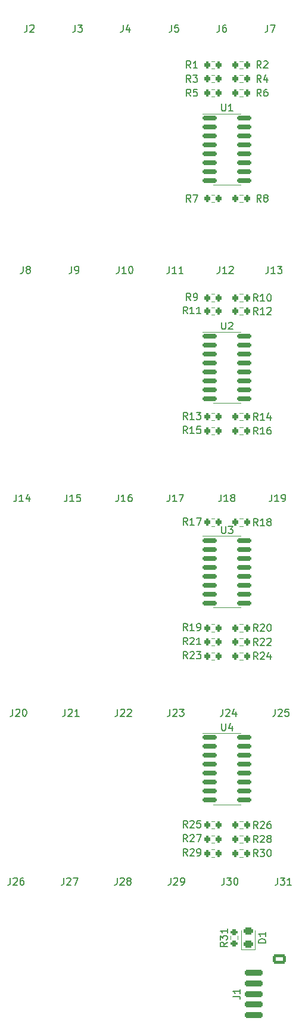
<source format=gbr>
%TF.GenerationSoftware,KiCad,Pcbnew,7.0.2*%
%TF.CreationDate,2025-02-12T15:24:12+00:00*%
%TF.ProjectId,fretboard,66726574-626f-4617-9264-2e6b69636164,rev?*%
%TF.SameCoordinates,Original*%
%TF.FileFunction,Legend,Top*%
%TF.FilePolarity,Positive*%
%FSLAX46Y46*%
G04 Gerber Fmt 4.6, Leading zero omitted, Abs format (unit mm)*
G04 Created by KiCad (PCBNEW 7.0.2) date 2025-02-12 15:24:12*
%MOMM*%
%LPD*%
G01*
G04 APERTURE LIST*
G04 Aperture macros list*
%AMRoundRect*
0 Rectangle with rounded corners*
0 $1 Rounding radius*
0 $2 $3 $4 $5 $6 $7 $8 $9 X,Y pos of 4 corners*
0 Add a 4 corners polygon primitive as box body*
4,1,4,$2,$3,$4,$5,$6,$7,$8,$9,$2,$3,0*
0 Add four circle primitives for the rounded corners*
1,1,$1+$1,$2,$3*
1,1,$1+$1,$4,$5*
1,1,$1+$1,$6,$7*
1,1,$1+$1,$8,$9*
0 Add four rect primitives between the rounded corners*
20,1,$1+$1,$2,$3,$4,$5,0*
20,1,$1+$1,$4,$5,$6,$7,0*
20,1,$1+$1,$6,$7,$8,$9,0*
20,1,$1+$1,$8,$9,$2,$3,0*%
G04 Aperture macros list end*
%ADD10C,0.150000*%
%ADD11C,0.120000*%
%ADD12R,2.100000X2.100000*%
%ADD13RoundRect,0.200000X-0.200000X-0.275000X0.200000X-0.275000X0.200000X0.275000X-0.200000X0.275000X0*%
%ADD14RoundRect,0.200000X0.275000X-0.200000X0.275000X0.200000X-0.275000X0.200000X-0.275000X-0.200000X0*%
%ADD15RoundRect,0.243750X0.456250X-0.243750X0.456250X0.243750X-0.456250X0.243750X-0.456250X-0.243750X0*%
%ADD16RoundRect,0.150000X-0.825000X-0.150000X0.825000X-0.150000X0.825000X0.150000X-0.825000X0.150000X0*%
%ADD17RoundRect,0.212500X1.087500X-0.212500X1.087500X0.212500X-1.087500X0.212500X-1.087500X-0.212500X0*%
%ADD18RoundRect,0.216667X0.733333X-0.433333X0.733333X0.433333X-0.733333X0.433333X-0.733333X-0.433333X0*%
%ADD19C,2.200000*%
G04 APERTURE END LIST*
D10*
%TO.C,J10*%
X15640476Y-72632619D02*
X15640476Y-73346904D01*
X15640476Y-73346904D02*
X15592857Y-73489761D01*
X15592857Y-73489761D02*
X15497619Y-73585000D01*
X15497619Y-73585000D02*
X15354762Y-73632619D01*
X15354762Y-73632619D02*
X15259524Y-73632619D01*
X16640476Y-73632619D02*
X16069048Y-73632619D01*
X16354762Y-73632619D02*
X16354762Y-72632619D01*
X16354762Y-72632619D02*
X16259524Y-72775476D01*
X16259524Y-72775476D02*
X16164286Y-72870714D01*
X16164286Y-72870714D02*
X16069048Y-72918333D01*
X17259524Y-72632619D02*
X17354762Y-72632619D01*
X17354762Y-72632619D02*
X17450000Y-72680238D01*
X17450000Y-72680238D02*
X17497619Y-72727857D01*
X17497619Y-72727857D02*
X17545238Y-72823095D01*
X17545238Y-72823095D02*
X17592857Y-73013571D01*
X17592857Y-73013571D02*
X17592857Y-73251666D01*
X17592857Y-73251666D02*
X17545238Y-73442142D01*
X17545238Y-73442142D02*
X17497619Y-73537380D01*
X17497619Y-73537380D02*
X17450000Y-73585000D01*
X17450000Y-73585000D02*
X17354762Y-73632619D01*
X17354762Y-73632619D02*
X17259524Y-73632619D01*
X17259524Y-73632619D02*
X17164286Y-73585000D01*
X17164286Y-73585000D02*
X17116667Y-73537380D01*
X17116667Y-73537380D02*
X17069048Y-73442142D01*
X17069048Y-73442142D02*
X17021429Y-73251666D01*
X17021429Y-73251666D02*
X17021429Y-73013571D01*
X17021429Y-73013571D02*
X17069048Y-72823095D01*
X17069048Y-72823095D02*
X17116667Y-72727857D01*
X17116667Y-72727857D02*
X17164286Y-72680238D01*
X17164286Y-72680238D02*
X17259524Y-72632619D01*
%TO.C,J19*%
X37340476Y-105032619D02*
X37340476Y-105746904D01*
X37340476Y-105746904D02*
X37292857Y-105889761D01*
X37292857Y-105889761D02*
X37197619Y-105985000D01*
X37197619Y-105985000D02*
X37054762Y-106032619D01*
X37054762Y-106032619D02*
X36959524Y-106032619D01*
X38340476Y-106032619D02*
X37769048Y-106032619D01*
X38054762Y-106032619D02*
X38054762Y-105032619D01*
X38054762Y-105032619D02*
X37959524Y-105175476D01*
X37959524Y-105175476D02*
X37864286Y-105270714D01*
X37864286Y-105270714D02*
X37769048Y-105318333D01*
X38816667Y-106032619D02*
X39007143Y-106032619D01*
X39007143Y-106032619D02*
X39102381Y-105985000D01*
X39102381Y-105985000D02*
X39150000Y-105937380D01*
X39150000Y-105937380D02*
X39245238Y-105794523D01*
X39245238Y-105794523D02*
X39292857Y-105604047D01*
X39292857Y-105604047D02*
X39292857Y-105223095D01*
X39292857Y-105223095D02*
X39245238Y-105127857D01*
X39245238Y-105127857D02*
X39197619Y-105080238D01*
X39197619Y-105080238D02*
X39102381Y-105032619D01*
X39102381Y-105032619D02*
X38911905Y-105032619D01*
X38911905Y-105032619D02*
X38816667Y-105080238D01*
X38816667Y-105080238D02*
X38769048Y-105127857D01*
X38769048Y-105127857D02*
X38721429Y-105223095D01*
X38721429Y-105223095D02*
X38721429Y-105461190D01*
X38721429Y-105461190D02*
X38769048Y-105556428D01*
X38769048Y-105556428D02*
X38816667Y-105604047D01*
X38816667Y-105604047D02*
X38911905Y-105651666D01*
X38911905Y-105651666D02*
X39102381Y-105651666D01*
X39102381Y-105651666D02*
X39197619Y-105604047D01*
X39197619Y-105604047D02*
X39245238Y-105556428D01*
X39245238Y-105556428D02*
X39292857Y-105461190D01*
%TO.C,R28*%
X35357142Y-154462619D02*
X35023809Y-153986428D01*
X34785714Y-154462619D02*
X34785714Y-153462619D01*
X34785714Y-153462619D02*
X35166666Y-153462619D01*
X35166666Y-153462619D02*
X35261904Y-153510238D01*
X35261904Y-153510238D02*
X35309523Y-153557857D01*
X35309523Y-153557857D02*
X35357142Y-153653095D01*
X35357142Y-153653095D02*
X35357142Y-153795952D01*
X35357142Y-153795952D02*
X35309523Y-153891190D01*
X35309523Y-153891190D02*
X35261904Y-153938809D01*
X35261904Y-153938809D02*
X35166666Y-153986428D01*
X35166666Y-153986428D02*
X34785714Y-153986428D01*
X35738095Y-153557857D02*
X35785714Y-153510238D01*
X35785714Y-153510238D02*
X35880952Y-153462619D01*
X35880952Y-153462619D02*
X36119047Y-153462619D01*
X36119047Y-153462619D02*
X36214285Y-153510238D01*
X36214285Y-153510238D02*
X36261904Y-153557857D01*
X36261904Y-153557857D02*
X36309523Y-153653095D01*
X36309523Y-153653095D02*
X36309523Y-153748333D01*
X36309523Y-153748333D02*
X36261904Y-153891190D01*
X36261904Y-153891190D02*
X35690476Y-154462619D01*
X35690476Y-154462619D02*
X36309523Y-154462619D01*
X36880952Y-153891190D02*
X36785714Y-153843571D01*
X36785714Y-153843571D02*
X36738095Y-153795952D01*
X36738095Y-153795952D02*
X36690476Y-153700714D01*
X36690476Y-153700714D02*
X36690476Y-153653095D01*
X36690476Y-153653095D02*
X36738095Y-153557857D01*
X36738095Y-153557857D02*
X36785714Y-153510238D01*
X36785714Y-153510238D02*
X36880952Y-153462619D01*
X36880952Y-153462619D02*
X37071428Y-153462619D01*
X37071428Y-153462619D02*
X37166666Y-153510238D01*
X37166666Y-153510238D02*
X37214285Y-153557857D01*
X37214285Y-153557857D02*
X37261904Y-153653095D01*
X37261904Y-153653095D02*
X37261904Y-153700714D01*
X37261904Y-153700714D02*
X37214285Y-153795952D01*
X37214285Y-153795952D02*
X37166666Y-153843571D01*
X37166666Y-153843571D02*
X37071428Y-153891190D01*
X37071428Y-153891190D02*
X36880952Y-153891190D01*
X36880952Y-153891190D02*
X36785714Y-153938809D01*
X36785714Y-153938809D02*
X36738095Y-153986428D01*
X36738095Y-153986428D02*
X36690476Y-154081666D01*
X36690476Y-154081666D02*
X36690476Y-154272142D01*
X36690476Y-154272142D02*
X36738095Y-154367380D01*
X36738095Y-154367380D02*
X36785714Y-154415000D01*
X36785714Y-154415000D02*
X36880952Y-154462619D01*
X36880952Y-154462619D02*
X37071428Y-154462619D01*
X37071428Y-154462619D02*
X37166666Y-154415000D01*
X37166666Y-154415000D02*
X37214285Y-154367380D01*
X37214285Y-154367380D02*
X37261904Y-154272142D01*
X37261904Y-154272142D02*
X37261904Y-154081666D01*
X37261904Y-154081666D02*
X37214285Y-153986428D01*
X37214285Y-153986428D02*
X37166666Y-153938809D01*
X37166666Y-153938809D02*
X37071428Y-153891190D01*
%TO.C,R31*%
X31032619Y-168642857D02*
X30556428Y-168976190D01*
X31032619Y-169214285D02*
X30032619Y-169214285D01*
X30032619Y-169214285D02*
X30032619Y-168833333D01*
X30032619Y-168833333D02*
X30080238Y-168738095D01*
X30080238Y-168738095D02*
X30127857Y-168690476D01*
X30127857Y-168690476D02*
X30223095Y-168642857D01*
X30223095Y-168642857D02*
X30365952Y-168642857D01*
X30365952Y-168642857D02*
X30461190Y-168690476D01*
X30461190Y-168690476D02*
X30508809Y-168738095D01*
X30508809Y-168738095D02*
X30556428Y-168833333D01*
X30556428Y-168833333D02*
X30556428Y-169214285D01*
X30032619Y-168309523D02*
X30032619Y-167690476D01*
X30032619Y-167690476D02*
X30413571Y-168023809D01*
X30413571Y-168023809D02*
X30413571Y-167880952D01*
X30413571Y-167880952D02*
X30461190Y-167785714D01*
X30461190Y-167785714D02*
X30508809Y-167738095D01*
X30508809Y-167738095D02*
X30604047Y-167690476D01*
X30604047Y-167690476D02*
X30842142Y-167690476D01*
X30842142Y-167690476D02*
X30937380Y-167738095D01*
X30937380Y-167738095D02*
X30985000Y-167785714D01*
X30985000Y-167785714D02*
X31032619Y-167880952D01*
X31032619Y-167880952D02*
X31032619Y-168166666D01*
X31032619Y-168166666D02*
X30985000Y-168261904D01*
X30985000Y-168261904D02*
X30937380Y-168309523D01*
X31032619Y-166738095D02*
X31032619Y-167309523D01*
X31032619Y-167023809D02*
X30032619Y-167023809D01*
X30032619Y-167023809D02*
X30175476Y-167119047D01*
X30175476Y-167119047D02*
X30270714Y-167214285D01*
X30270714Y-167214285D02*
X30318333Y-167309523D01*
%TO.C,R25*%
X25357142Y-152362619D02*
X25023809Y-151886428D01*
X24785714Y-152362619D02*
X24785714Y-151362619D01*
X24785714Y-151362619D02*
X25166666Y-151362619D01*
X25166666Y-151362619D02*
X25261904Y-151410238D01*
X25261904Y-151410238D02*
X25309523Y-151457857D01*
X25309523Y-151457857D02*
X25357142Y-151553095D01*
X25357142Y-151553095D02*
X25357142Y-151695952D01*
X25357142Y-151695952D02*
X25309523Y-151791190D01*
X25309523Y-151791190D02*
X25261904Y-151838809D01*
X25261904Y-151838809D02*
X25166666Y-151886428D01*
X25166666Y-151886428D02*
X24785714Y-151886428D01*
X25738095Y-151457857D02*
X25785714Y-151410238D01*
X25785714Y-151410238D02*
X25880952Y-151362619D01*
X25880952Y-151362619D02*
X26119047Y-151362619D01*
X26119047Y-151362619D02*
X26214285Y-151410238D01*
X26214285Y-151410238D02*
X26261904Y-151457857D01*
X26261904Y-151457857D02*
X26309523Y-151553095D01*
X26309523Y-151553095D02*
X26309523Y-151648333D01*
X26309523Y-151648333D02*
X26261904Y-151791190D01*
X26261904Y-151791190D02*
X25690476Y-152362619D01*
X25690476Y-152362619D02*
X26309523Y-152362619D01*
X27214285Y-151362619D02*
X26738095Y-151362619D01*
X26738095Y-151362619D02*
X26690476Y-151838809D01*
X26690476Y-151838809D02*
X26738095Y-151791190D01*
X26738095Y-151791190D02*
X26833333Y-151743571D01*
X26833333Y-151743571D02*
X27071428Y-151743571D01*
X27071428Y-151743571D02*
X27166666Y-151791190D01*
X27166666Y-151791190D02*
X27214285Y-151838809D01*
X27214285Y-151838809D02*
X27261904Y-151934047D01*
X27261904Y-151934047D02*
X27261904Y-152172142D01*
X27261904Y-152172142D02*
X27214285Y-152267380D01*
X27214285Y-152267380D02*
X27166666Y-152315000D01*
X27166666Y-152315000D02*
X27071428Y-152362619D01*
X27071428Y-152362619D02*
X26833333Y-152362619D01*
X26833333Y-152362619D02*
X26738095Y-152315000D01*
X26738095Y-152315000D02*
X26690476Y-152267380D01*
%TO.C,R8*%
X35833333Y-63462619D02*
X35500000Y-62986428D01*
X35261905Y-63462619D02*
X35261905Y-62462619D01*
X35261905Y-62462619D02*
X35642857Y-62462619D01*
X35642857Y-62462619D02*
X35738095Y-62510238D01*
X35738095Y-62510238D02*
X35785714Y-62557857D01*
X35785714Y-62557857D02*
X35833333Y-62653095D01*
X35833333Y-62653095D02*
X35833333Y-62795952D01*
X35833333Y-62795952D02*
X35785714Y-62891190D01*
X35785714Y-62891190D02*
X35738095Y-62938809D01*
X35738095Y-62938809D02*
X35642857Y-62986428D01*
X35642857Y-62986428D02*
X35261905Y-62986428D01*
X36404762Y-62891190D02*
X36309524Y-62843571D01*
X36309524Y-62843571D02*
X36261905Y-62795952D01*
X36261905Y-62795952D02*
X36214286Y-62700714D01*
X36214286Y-62700714D02*
X36214286Y-62653095D01*
X36214286Y-62653095D02*
X36261905Y-62557857D01*
X36261905Y-62557857D02*
X36309524Y-62510238D01*
X36309524Y-62510238D02*
X36404762Y-62462619D01*
X36404762Y-62462619D02*
X36595238Y-62462619D01*
X36595238Y-62462619D02*
X36690476Y-62510238D01*
X36690476Y-62510238D02*
X36738095Y-62557857D01*
X36738095Y-62557857D02*
X36785714Y-62653095D01*
X36785714Y-62653095D02*
X36785714Y-62700714D01*
X36785714Y-62700714D02*
X36738095Y-62795952D01*
X36738095Y-62795952D02*
X36690476Y-62843571D01*
X36690476Y-62843571D02*
X36595238Y-62891190D01*
X36595238Y-62891190D02*
X36404762Y-62891190D01*
X36404762Y-62891190D02*
X36309524Y-62938809D01*
X36309524Y-62938809D02*
X36261905Y-62986428D01*
X36261905Y-62986428D02*
X36214286Y-63081666D01*
X36214286Y-63081666D02*
X36214286Y-63272142D01*
X36214286Y-63272142D02*
X36261905Y-63367380D01*
X36261905Y-63367380D02*
X36309524Y-63415000D01*
X36309524Y-63415000D02*
X36404762Y-63462619D01*
X36404762Y-63462619D02*
X36595238Y-63462619D01*
X36595238Y-63462619D02*
X36690476Y-63415000D01*
X36690476Y-63415000D02*
X36738095Y-63367380D01*
X36738095Y-63367380D02*
X36785714Y-63272142D01*
X36785714Y-63272142D02*
X36785714Y-63081666D01*
X36785714Y-63081666D02*
X36738095Y-62986428D01*
X36738095Y-62986428D02*
X36690476Y-62938809D01*
X36690476Y-62938809D02*
X36595238Y-62891190D01*
%TO.C,J2*%
X2566666Y-38332619D02*
X2566666Y-39046904D01*
X2566666Y-39046904D02*
X2519047Y-39189761D01*
X2519047Y-39189761D02*
X2423809Y-39285000D01*
X2423809Y-39285000D02*
X2280952Y-39332619D01*
X2280952Y-39332619D02*
X2185714Y-39332619D01*
X2995238Y-38427857D02*
X3042857Y-38380238D01*
X3042857Y-38380238D02*
X3138095Y-38332619D01*
X3138095Y-38332619D02*
X3376190Y-38332619D01*
X3376190Y-38332619D02*
X3471428Y-38380238D01*
X3471428Y-38380238D02*
X3519047Y-38427857D01*
X3519047Y-38427857D02*
X3566666Y-38523095D01*
X3566666Y-38523095D02*
X3566666Y-38618333D01*
X3566666Y-38618333D02*
X3519047Y-38761190D01*
X3519047Y-38761190D02*
X2947619Y-39332619D01*
X2947619Y-39332619D02*
X3566666Y-39332619D01*
%TO.C,R13*%
X25357142Y-94362619D02*
X25023809Y-93886428D01*
X24785714Y-94362619D02*
X24785714Y-93362619D01*
X24785714Y-93362619D02*
X25166666Y-93362619D01*
X25166666Y-93362619D02*
X25261904Y-93410238D01*
X25261904Y-93410238D02*
X25309523Y-93457857D01*
X25309523Y-93457857D02*
X25357142Y-93553095D01*
X25357142Y-93553095D02*
X25357142Y-93695952D01*
X25357142Y-93695952D02*
X25309523Y-93791190D01*
X25309523Y-93791190D02*
X25261904Y-93838809D01*
X25261904Y-93838809D02*
X25166666Y-93886428D01*
X25166666Y-93886428D02*
X24785714Y-93886428D01*
X26309523Y-94362619D02*
X25738095Y-94362619D01*
X26023809Y-94362619D02*
X26023809Y-93362619D01*
X26023809Y-93362619D02*
X25928571Y-93505476D01*
X25928571Y-93505476D02*
X25833333Y-93600714D01*
X25833333Y-93600714D02*
X25738095Y-93648333D01*
X26642857Y-93362619D02*
X27261904Y-93362619D01*
X27261904Y-93362619D02*
X26928571Y-93743571D01*
X26928571Y-93743571D02*
X27071428Y-93743571D01*
X27071428Y-93743571D02*
X27166666Y-93791190D01*
X27166666Y-93791190D02*
X27214285Y-93838809D01*
X27214285Y-93838809D02*
X27261904Y-93934047D01*
X27261904Y-93934047D02*
X27261904Y-94172142D01*
X27261904Y-94172142D02*
X27214285Y-94267380D01*
X27214285Y-94267380D02*
X27166666Y-94315000D01*
X27166666Y-94315000D02*
X27071428Y-94362619D01*
X27071428Y-94362619D02*
X26785714Y-94362619D01*
X26785714Y-94362619D02*
X26690476Y-94315000D01*
X26690476Y-94315000D02*
X26642857Y-94267380D01*
%TO.C,J22*%
X15440476Y-135532619D02*
X15440476Y-136246904D01*
X15440476Y-136246904D02*
X15392857Y-136389761D01*
X15392857Y-136389761D02*
X15297619Y-136485000D01*
X15297619Y-136485000D02*
X15154762Y-136532619D01*
X15154762Y-136532619D02*
X15059524Y-136532619D01*
X15869048Y-135627857D02*
X15916667Y-135580238D01*
X15916667Y-135580238D02*
X16011905Y-135532619D01*
X16011905Y-135532619D02*
X16250000Y-135532619D01*
X16250000Y-135532619D02*
X16345238Y-135580238D01*
X16345238Y-135580238D02*
X16392857Y-135627857D01*
X16392857Y-135627857D02*
X16440476Y-135723095D01*
X16440476Y-135723095D02*
X16440476Y-135818333D01*
X16440476Y-135818333D02*
X16392857Y-135961190D01*
X16392857Y-135961190D02*
X15821429Y-136532619D01*
X15821429Y-136532619D02*
X16440476Y-136532619D01*
X16821429Y-135627857D02*
X16869048Y-135580238D01*
X16869048Y-135580238D02*
X16964286Y-135532619D01*
X16964286Y-135532619D02*
X17202381Y-135532619D01*
X17202381Y-135532619D02*
X17297619Y-135580238D01*
X17297619Y-135580238D02*
X17345238Y-135627857D01*
X17345238Y-135627857D02*
X17392857Y-135723095D01*
X17392857Y-135723095D02*
X17392857Y-135818333D01*
X17392857Y-135818333D02*
X17345238Y-135961190D01*
X17345238Y-135961190D02*
X16773810Y-136532619D01*
X16773810Y-136532619D02*
X17392857Y-136532619D01*
%TO.C,J8*%
X2016666Y-72632619D02*
X2016666Y-73346904D01*
X2016666Y-73346904D02*
X1969047Y-73489761D01*
X1969047Y-73489761D02*
X1873809Y-73585000D01*
X1873809Y-73585000D02*
X1730952Y-73632619D01*
X1730952Y-73632619D02*
X1635714Y-73632619D01*
X2635714Y-73061190D02*
X2540476Y-73013571D01*
X2540476Y-73013571D02*
X2492857Y-72965952D01*
X2492857Y-72965952D02*
X2445238Y-72870714D01*
X2445238Y-72870714D02*
X2445238Y-72823095D01*
X2445238Y-72823095D02*
X2492857Y-72727857D01*
X2492857Y-72727857D02*
X2540476Y-72680238D01*
X2540476Y-72680238D02*
X2635714Y-72632619D01*
X2635714Y-72632619D02*
X2826190Y-72632619D01*
X2826190Y-72632619D02*
X2921428Y-72680238D01*
X2921428Y-72680238D02*
X2969047Y-72727857D01*
X2969047Y-72727857D02*
X3016666Y-72823095D01*
X3016666Y-72823095D02*
X3016666Y-72870714D01*
X3016666Y-72870714D02*
X2969047Y-72965952D01*
X2969047Y-72965952D02*
X2921428Y-73013571D01*
X2921428Y-73013571D02*
X2826190Y-73061190D01*
X2826190Y-73061190D02*
X2635714Y-73061190D01*
X2635714Y-73061190D02*
X2540476Y-73108809D01*
X2540476Y-73108809D02*
X2492857Y-73156428D01*
X2492857Y-73156428D02*
X2445238Y-73251666D01*
X2445238Y-73251666D02*
X2445238Y-73442142D01*
X2445238Y-73442142D02*
X2492857Y-73537380D01*
X2492857Y-73537380D02*
X2540476Y-73585000D01*
X2540476Y-73585000D02*
X2635714Y-73632619D01*
X2635714Y-73632619D02*
X2826190Y-73632619D01*
X2826190Y-73632619D02*
X2921428Y-73585000D01*
X2921428Y-73585000D02*
X2969047Y-73537380D01*
X2969047Y-73537380D02*
X3016666Y-73442142D01*
X3016666Y-73442142D02*
X3016666Y-73251666D01*
X3016666Y-73251666D02*
X2969047Y-73156428D01*
X2969047Y-73156428D02*
X2921428Y-73108809D01*
X2921428Y-73108809D02*
X2826190Y-73061190D01*
%TO.C,J15*%
X8240476Y-105032619D02*
X8240476Y-105746904D01*
X8240476Y-105746904D02*
X8192857Y-105889761D01*
X8192857Y-105889761D02*
X8097619Y-105985000D01*
X8097619Y-105985000D02*
X7954762Y-106032619D01*
X7954762Y-106032619D02*
X7859524Y-106032619D01*
X9240476Y-106032619D02*
X8669048Y-106032619D01*
X8954762Y-106032619D02*
X8954762Y-105032619D01*
X8954762Y-105032619D02*
X8859524Y-105175476D01*
X8859524Y-105175476D02*
X8764286Y-105270714D01*
X8764286Y-105270714D02*
X8669048Y-105318333D01*
X10145238Y-105032619D02*
X9669048Y-105032619D01*
X9669048Y-105032619D02*
X9621429Y-105508809D01*
X9621429Y-105508809D02*
X9669048Y-105461190D01*
X9669048Y-105461190D02*
X9764286Y-105413571D01*
X9764286Y-105413571D02*
X10002381Y-105413571D01*
X10002381Y-105413571D02*
X10097619Y-105461190D01*
X10097619Y-105461190D02*
X10145238Y-105508809D01*
X10145238Y-105508809D02*
X10192857Y-105604047D01*
X10192857Y-105604047D02*
X10192857Y-105842142D01*
X10192857Y-105842142D02*
X10145238Y-105937380D01*
X10145238Y-105937380D02*
X10097619Y-105985000D01*
X10097619Y-105985000D02*
X10002381Y-106032619D01*
X10002381Y-106032619D02*
X9764286Y-106032619D01*
X9764286Y-106032619D02*
X9669048Y-105985000D01*
X9669048Y-105985000D02*
X9621429Y-105937380D01*
%TO.C,J20*%
X540476Y-135532619D02*
X540476Y-136246904D01*
X540476Y-136246904D02*
X492857Y-136389761D01*
X492857Y-136389761D02*
X397619Y-136485000D01*
X397619Y-136485000D02*
X254762Y-136532619D01*
X254762Y-136532619D02*
X159524Y-136532619D01*
X969048Y-135627857D02*
X1016667Y-135580238D01*
X1016667Y-135580238D02*
X1111905Y-135532619D01*
X1111905Y-135532619D02*
X1350000Y-135532619D01*
X1350000Y-135532619D02*
X1445238Y-135580238D01*
X1445238Y-135580238D02*
X1492857Y-135627857D01*
X1492857Y-135627857D02*
X1540476Y-135723095D01*
X1540476Y-135723095D02*
X1540476Y-135818333D01*
X1540476Y-135818333D02*
X1492857Y-135961190D01*
X1492857Y-135961190D02*
X921429Y-136532619D01*
X921429Y-136532619D02*
X1540476Y-136532619D01*
X2159524Y-135532619D02*
X2254762Y-135532619D01*
X2254762Y-135532619D02*
X2350000Y-135580238D01*
X2350000Y-135580238D02*
X2397619Y-135627857D01*
X2397619Y-135627857D02*
X2445238Y-135723095D01*
X2445238Y-135723095D02*
X2492857Y-135913571D01*
X2492857Y-135913571D02*
X2492857Y-136151666D01*
X2492857Y-136151666D02*
X2445238Y-136342142D01*
X2445238Y-136342142D02*
X2397619Y-136437380D01*
X2397619Y-136437380D02*
X2350000Y-136485000D01*
X2350000Y-136485000D02*
X2254762Y-136532619D01*
X2254762Y-136532619D02*
X2159524Y-136532619D01*
X2159524Y-136532619D02*
X2064286Y-136485000D01*
X2064286Y-136485000D02*
X2016667Y-136437380D01*
X2016667Y-136437380D02*
X1969048Y-136342142D01*
X1969048Y-136342142D02*
X1921429Y-136151666D01*
X1921429Y-136151666D02*
X1921429Y-135913571D01*
X1921429Y-135913571D02*
X1969048Y-135723095D01*
X1969048Y-135723095D02*
X2016667Y-135627857D01*
X2016667Y-135627857D02*
X2064286Y-135580238D01*
X2064286Y-135580238D02*
X2159524Y-135532619D01*
%TO.C,J31*%
X38190476Y-159492619D02*
X38190476Y-160206904D01*
X38190476Y-160206904D02*
X38142857Y-160349761D01*
X38142857Y-160349761D02*
X38047619Y-160445000D01*
X38047619Y-160445000D02*
X37904762Y-160492619D01*
X37904762Y-160492619D02*
X37809524Y-160492619D01*
X38571429Y-159492619D02*
X39190476Y-159492619D01*
X39190476Y-159492619D02*
X38857143Y-159873571D01*
X38857143Y-159873571D02*
X39000000Y-159873571D01*
X39000000Y-159873571D02*
X39095238Y-159921190D01*
X39095238Y-159921190D02*
X39142857Y-159968809D01*
X39142857Y-159968809D02*
X39190476Y-160064047D01*
X39190476Y-160064047D02*
X39190476Y-160302142D01*
X39190476Y-160302142D02*
X39142857Y-160397380D01*
X39142857Y-160397380D02*
X39095238Y-160445000D01*
X39095238Y-160445000D02*
X39000000Y-160492619D01*
X39000000Y-160492619D02*
X38714286Y-160492619D01*
X38714286Y-160492619D02*
X38619048Y-160445000D01*
X38619048Y-160445000D02*
X38571429Y-160397380D01*
X40142857Y-160492619D02*
X39571429Y-160492619D01*
X39857143Y-160492619D02*
X39857143Y-159492619D01*
X39857143Y-159492619D02*
X39761905Y-159635476D01*
X39761905Y-159635476D02*
X39666667Y-159730714D01*
X39666667Y-159730714D02*
X39571429Y-159778333D01*
%TO.C,J25*%
X37840476Y-135532619D02*
X37840476Y-136246904D01*
X37840476Y-136246904D02*
X37792857Y-136389761D01*
X37792857Y-136389761D02*
X37697619Y-136485000D01*
X37697619Y-136485000D02*
X37554762Y-136532619D01*
X37554762Y-136532619D02*
X37459524Y-136532619D01*
X38269048Y-135627857D02*
X38316667Y-135580238D01*
X38316667Y-135580238D02*
X38411905Y-135532619D01*
X38411905Y-135532619D02*
X38650000Y-135532619D01*
X38650000Y-135532619D02*
X38745238Y-135580238D01*
X38745238Y-135580238D02*
X38792857Y-135627857D01*
X38792857Y-135627857D02*
X38840476Y-135723095D01*
X38840476Y-135723095D02*
X38840476Y-135818333D01*
X38840476Y-135818333D02*
X38792857Y-135961190D01*
X38792857Y-135961190D02*
X38221429Y-136532619D01*
X38221429Y-136532619D02*
X38840476Y-136532619D01*
X39745238Y-135532619D02*
X39269048Y-135532619D01*
X39269048Y-135532619D02*
X39221429Y-136008809D01*
X39221429Y-136008809D02*
X39269048Y-135961190D01*
X39269048Y-135961190D02*
X39364286Y-135913571D01*
X39364286Y-135913571D02*
X39602381Y-135913571D01*
X39602381Y-135913571D02*
X39697619Y-135961190D01*
X39697619Y-135961190D02*
X39745238Y-136008809D01*
X39745238Y-136008809D02*
X39792857Y-136104047D01*
X39792857Y-136104047D02*
X39792857Y-136342142D01*
X39792857Y-136342142D02*
X39745238Y-136437380D01*
X39745238Y-136437380D02*
X39697619Y-136485000D01*
X39697619Y-136485000D02*
X39602381Y-136532619D01*
X39602381Y-136532619D02*
X39364286Y-136532619D01*
X39364286Y-136532619D02*
X39269048Y-136485000D01*
X39269048Y-136485000D02*
X39221429Y-136437380D01*
%TO.C,D1*%
X36462619Y-168738094D02*
X35462619Y-168738094D01*
X35462619Y-168738094D02*
X35462619Y-168499999D01*
X35462619Y-168499999D02*
X35510238Y-168357142D01*
X35510238Y-168357142D02*
X35605476Y-168261904D01*
X35605476Y-168261904D02*
X35700714Y-168214285D01*
X35700714Y-168214285D02*
X35891190Y-168166666D01*
X35891190Y-168166666D02*
X36034047Y-168166666D01*
X36034047Y-168166666D02*
X36224523Y-168214285D01*
X36224523Y-168214285D02*
X36319761Y-168261904D01*
X36319761Y-168261904D02*
X36415000Y-168357142D01*
X36415000Y-168357142D02*
X36462619Y-168499999D01*
X36462619Y-168499999D02*
X36462619Y-168738094D01*
X36462619Y-167214285D02*
X36462619Y-167785713D01*
X36462619Y-167499999D02*
X35462619Y-167499999D01*
X35462619Y-167499999D02*
X35605476Y-167595237D01*
X35605476Y-167595237D02*
X35700714Y-167690475D01*
X35700714Y-167690475D02*
X35748333Y-167785713D01*
%TO.C,J27*%
X7790476Y-159492619D02*
X7790476Y-160206904D01*
X7790476Y-160206904D02*
X7742857Y-160349761D01*
X7742857Y-160349761D02*
X7647619Y-160445000D01*
X7647619Y-160445000D02*
X7504762Y-160492619D01*
X7504762Y-160492619D02*
X7409524Y-160492619D01*
X8219048Y-159587857D02*
X8266667Y-159540238D01*
X8266667Y-159540238D02*
X8361905Y-159492619D01*
X8361905Y-159492619D02*
X8600000Y-159492619D01*
X8600000Y-159492619D02*
X8695238Y-159540238D01*
X8695238Y-159540238D02*
X8742857Y-159587857D01*
X8742857Y-159587857D02*
X8790476Y-159683095D01*
X8790476Y-159683095D02*
X8790476Y-159778333D01*
X8790476Y-159778333D02*
X8742857Y-159921190D01*
X8742857Y-159921190D02*
X8171429Y-160492619D01*
X8171429Y-160492619D02*
X8790476Y-160492619D01*
X9123810Y-159492619D02*
X9790476Y-159492619D01*
X9790476Y-159492619D02*
X9361905Y-160492619D01*
%TO.C,J28*%
X15390476Y-159492619D02*
X15390476Y-160206904D01*
X15390476Y-160206904D02*
X15342857Y-160349761D01*
X15342857Y-160349761D02*
X15247619Y-160445000D01*
X15247619Y-160445000D02*
X15104762Y-160492619D01*
X15104762Y-160492619D02*
X15009524Y-160492619D01*
X15819048Y-159587857D02*
X15866667Y-159540238D01*
X15866667Y-159540238D02*
X15961905Y-159492619D01*
X15961905Y-159492619D02*
X16200000Y-159492619D01*
X16200000Y-159492619D02*
X16295238Y-159540238D01*
X16295238Y-159540238D02*
X16342857Y-159587857D01*
X16342857Y-159587857D02*
X16390476Y-159683095D01*
X16390476Y-159683095D02*
X16390476Y-159778333D01*
X16390476Y-159778333D02*
X16342857Y-159921190D01*
X16342857Y-159921190D02*
X15771429Y-160492619D01*
X15771429Y-160492619D02*
X16390476Y-160492619D01*
X16961905Y-159921190D02*
X16866667Y-159873571D01*
X16866667Y-159873571D02*
X16819048Y-159825952D01*
X16819048Y-159825952D02*
X16771429Y-159730714D01*
X16771429Y-159730714D02*
X16771429Y-159683095D01*
X16771429Y-159683095D02*
X16819048Y-159587857D01*
X16819048Y-159587857D02*
X16866667Y-159540238D01*
X16866667Y-159540238D02*
X16961905Y-159492619D01*
X16961905Y-159492619D02*
X17152381Y-159492619D01*
X17152381Y-159492619D02*
X17247619Y-159540238D01*
X17247619Y-159540238D02*
X17295238Y-159587857D01*
X17295238Y-159587857D02*
X17342857Y-159683095D01*
X17342857Y-159683095D02*
X17342857Y-159730714D01*
X17342857Y-159730714D02*
X17295238Y-159825952D01*
X17295238Y-159825952D02*
X17247619Y-159873571D01*
X17247619Y-159873571D02*
X17152381Y-159921190D01*
X17152381Y-159921190D02*
X16961905Y-159921190D01*
X16961905Y-159921190D02*
X16866667Y-159968809D01*
X16866667Y-159968809D02*
X16819048Y-160016428D01*
X16819048Y-160016428D02*
X16771429Y-160111666D01*
X16771429Y-160111666D02*
X16771429Y-160302142D01*
X16771429Y-160302142D02*
X16819048Y-160397380D01*
X16819048Y-160397380D02*
X16866667Y-160445000D01*
X16866667Y-160445000D02*
X16961905Y-160492619D01*
X16961905Y-160492619D02*
X17152381Y-160492619D01*
X17152381Y-160492619D02*
X17247619Y-160445000D01*
X17247619Y-160445000D02*
X17295238Y-160397380D01*
X17295238Y-160397380D02*
X17342857Y-160302142D01*
X17342857Y-160302142D02*
X17342857Y-160111666D01*
X17342857Y-160111666D02*
X17295238Y-160016428D01*
X17295238Y-160016428D02*
X17247619Y-159968809D01*
X17247619Y-159968809D02*
X17152381Y-159921190D01*
%TO.C,R2*%
X35833333Y-44462619D02*
X35500000Y-43986428D01*
X35261905Y-44462619D02*
X35261905Y-43462619D01*
X35261905Y-43462619D02*
X35642857Y-43462619D01*
X35642857Y-43462619D02*
X35738095Y-43510238D01*
X35738095Y-43510238D02*
X35785714Y-43557857D01*
X35785714Y-43557857D02*
X35833333Y-43653095D01*
X35833333Y-43653095D02*
X35833333Y-43795952D01*
X35833333Y-43795952D02*
X35785714Y-43891190D01*
X35785714Y-43891190D02*
X35738095Y-43938809D01*
X35738095Y-43938809D02*
X35642857Y-43986428D01*
X35642857Y-43986428D02*
X35261905Y-43986428D01*
X36214286Y-43557857D02*
X36261905Y-43510238D01*
X36261905Y-43510238D02*
X36357143Y-43462619D01*
X36357143Y-43462619D02*
X36595238Y-43462619D01*
X36595238Y-43462619D02*
X36690476Y-43510238D01*
X36690476Y-43510238D02*
X36738095Y-43557857D01*
X36738095Y-43557857D02*
X36785714Y-43653095D01*
X36785714Y-43653095D02*
X36785714Y-43748333D01*
X36785714Y-43748333D02*
X36738095Y-43891190D01*
X36738095Y-43891190D02*
X36166667Y-44462619D01*
X36166667Y-44462619D02*
X36785714Y-44462619D01*
%TO.C,J30*%
X30590476Y-159492619D02*
X30590476Y-160206904D01*
X30590476Y-160206904D02*
X30542857Y-160349761D01*
X30542857Y-160349761D02*
X30447619Y-160445000D01*
X30447619Y-160445000D02*
X30304762Y-160492619D01*
X30304762Y-160492619D02*
X30209524Y-160492619D01*
X30971429Y-159492619D02*
X31590476Y-159492619D01*
X31590476Y-159492619D02*
X31257143Y-159873571D01*
X31257143Y-159873571D02*
X31400000Y-159873571D01*
X31400000Y-159873571D02*
X31495238Y-159921190D01*
X31495238Y-159921190D02*
X31542857Y-159968809D01*
X31542857Y-159968809D02*
X31590476Y-160064047D01*
X31590476Y-160064047D02*
X31590476Y-160302142D01*
X31590476Y-160302142D02*
X31542857Y-160397380D01*
X31542857Y-160397380D02*
X31495238Y-160445000D01*
X31495238Y-160445000D02*
X31400000Y-160492619D01*
X31400000Y-160492619D02*
X31114286Y-160492619D01*
X31114286Y-160492619D02*
X31019048Y-160445000D01*
X31019048Y-160445000D02*
X30971429Y-160397380D01*
X32209524Y-159492619D02*
X32304762Y-159492619D01*
X32304762Y-159492619D02*
X32400000Y-159540238D01*
X32400000Y-159540238D02*
X32447619Y-159587857D01*
X32447619Y-159587857D02*
X32495238Y-159683095D01*
X32495238Y-159683095D02*
X32542857Y-159873571D01*
X32542857Y-159873571D02*
X32542857Y-160111666D01*
X32542857Y-160111666D02*
X32495238Y-160302142D01*
X32495238Y-160302142D02*
X32447619Y-160397380D01*
X32447619Y-160397380D02*
X32400000Y-160445000D01*
X32400000Y-160445000D02*
X32304762Y-160492619D01*
X32304762Y-160492619D02*
X32209524Y-160492619D01*
X32209524Y-160492619D02*
X32114286Y-160445000D01*
X32114286Y-160445000D02*
X32066667Y-160397380D01*
X32066667Y-160397380D02*
X32019048Y-160302142D01*
X32019048Y-160302142D02*
X31971429Y-160111666D01*
X31971429Y-160111666D02*
X31971429Y-159873571D01*
X31971429Y-159873571D02*
X32019048Y-159683095D01*
X32019048Y-159683095D02*
X32066667Y-159587857D01*
X32066667Y-159587857D02*
X32114286Y-159540238D01*
X32114286Y-159540238D02*
X32209524Y-159492619D01*
%TO.C,J4*%
X16216666Y-38332619D02*
X16216666Y-39046904D01*
X16216666Y-39046904D02*
X16169047Y-39189761D01*
X16169047Y-39189761D02*
X16073809Y-39285000D01*
X16073809Y-39285000D02*
X15930952Y-39332619D01*
X15930952Y-39332619D02*
X15835714Y-39332619D01*
X17121428Y-38665952D02*
X17121428Y-39332619D01*
X16883333Y-38285000D02*
X16645238Y-38999285D01*
X16645238Y-38999285D02*
X17264285Y-38999285D01*
%TO.C,R10*%
X35357142Y-77562619D02*
X35023809Y-77086428D01*
X34785714Y-77562619D02*
X34785714Y-76562619D01*
X34785714Y-76562619D02*
X35166666Y-76562619D01*
X35166666Y-76562619D02*
X35261904Y-76610238D01*
X35261904Y-76610238D02*
X35309523Y-76657857D01*
X35309523Y-76657857D02*
X35357142Y-76753095D01*
X35357142Y-76753095D02*
X35357142Y-76895952D01*
X35357142Y-76895952D02*
X35309523Y-76991190D01*
X35309523Y-76991190D02*
X35261904Y-77038809D01*
X35261904Y-77038809D02*
X35166666Y-77086428D01*
X35166666Y-77086428D02*
X34785714Y-77086428D01*
X36309523Y-77562619D02*
X35738095Y-77562619D01*
X36023809Y-77562619D02*
X36023809Y-76562619D01*
X36023809Y-76562619D02*
X35928571Y-76705476D01*
X35928571Y-76705476D02*
X35833333Y-76800714D01*
X35833333Y-76800714D02*
X35738095Y-76848333D01*
X36928571Y-76562619D02*
X37023809Y-76562619D01*
X37023809Y-76562619D02*
X37119047Y-76610238D01*
X37119047Y-76610238D02*
X37166666Y-76657857D01*
X37166666Y-76657857D02*
X37214285Y-76753095D01*
X37214285Y-76753095D02*
X37261904Y-76943571D01*
X37261904Y-76943571D02*
X37261904Y-77181666D01*
X37261904Y-77181666D02*
X37214285Y-77372142D01*
X37214285Y-77372142D02*
X37166666Y-77467380D01*
X37166666Y-77467380D02*
X37119047Y-77515000D01*
X37119047Y-77515000D02*
X37023809Y-77562619D01*
X37023809Y-77562619D02*
X36928571Y-77562619D01*
X36928571Y-77562619D02*
X36833333Y-77515000D01*
X36833333Y-77515000D02*
X36785714Y-77467380D01*
X36785714Y-77467380D02*
X36738095Y-77372142D01*
X36738095Y-77372142D02*
X36690476Y-77181666D01*
X36690476Y-77181666D02*
X36690476Y-76943571D01*
X36690476Y-76943571D02*
X36738095Y-76753095D01*
X36738095Y-76753095D02*
X36785714Y-76657857D01*
X36785714Y-76657857D02*
X36833333Y-76610238D01*
X36833333Y-76610238D02*
X36928571Y-76562619D01*
%TO.C,R20*%
X35357142Y-124462619D02*
X35023809Y-123986428D01*
X34785714Y-124462619D02*
X34785714Y-123462619D01*
X34785714Y-123462619D02*
X35166666Y-123462619D01*
X35166666Y-123462619D02*
X35261904Y-123510238D01*
X35261904Y-123510238D02*
X35309523Y-123557857D01*
X35309523Y-123557857D02*
X35357142Y-123653095D01*
X35357142Y-123653095D02*
X35357142Y-123795952D01*
X35357142Y-123795952D02*
X35309523Y-123891190D01*
X35309523Y-123891190D02*
X35261904Y-123938809D01*
X35261904Y-123938809D02*
X35166666Y-123986428D01*
X35166666Y-123986428D02*
X34785714Y-123986428D01*
X35738095Y-123557857D02*
X35785714Y-123510238D01*
X35785714Y-123510238D02*
X35880952Y-123462619D01*
X35880952Y-123462619D02*
X36119047Y-123462619D01*
X36119047Y-123462619D02*
X36214285Y-123510238D01*
X36214285Y-123510238D02*
X36261904Y-123557857D01*
X36261904Y-123557857D02*
X36309523Y-123653095D01*
X36309523Y-123653095D02*
X36309523Y-123748333D01*
X36309523Y-123748333D02*
X36261904Y-123891190D01*
X36261904Y-123891190D02*
X35690476Y-124462619D01*
X35690476Y-124462619D02*
X36309523Y-124462619D01*
X36928571Y-123462619D02*
X37023809Y-123462619D01*
X37023809Y-123462619D02*
X37119047Y-123510238D01*
X37119047Y-123510238D02*
X37166666Y-123557857D01*
X37166666Y-123557857D02*
X37214285Y-123653095D01*
X37214285Y-123653095D02*
X37261904Y-123843571D01*
X37261904Y-123843571D02*
X37261904Y-124081666D01*
X37261904Y-124081666D02*
X37214285Y-124272142D01*
X37214285Y-124272142D02*
X37166666Y-124367380D01*
X37166666Y-124367380D02*
X37119047Y-124415000D01*
X37119047Y-124415000D02*
X37023809Y-124462619D01*
X37023809Y-124462619D02*
X36928571Y-124462619D01*
X36928571Y-124462619D02*
X36833333Y-124415000D01*
X36833333Y-124415000D02*
X36785714Y-124367380D01*
X36785714Y-124367380D02*
X36738095Y-124272142D01*
X36738095Y-124272142D02*
X36690476Y-124081666D01*
X36690476Y-124081666D02*
X36690476Y-123843571D01*
X36690476Y-123843571D02*
X36738095Y-123653095D01*
X36738095Y-123653095D02*
X36785714Y-123557857D01*
X36785714Y-123557857D02*
X36833333Y-123510238D01*
X36833333Y-123510238D02*
X36928571Y-123462619D01*
%TO.C,J26*%
X190476Y-159492619D02*
X190476Y-160206904D01*
X190476Y-160206904D02*
X142857Y-160349761D01*
X142857Y-160349761D02*
X47619Y-160445000D01*
X47619Y-160445000D02*
X-95237Y-160492619D01*
X-95237Y-160492619D02*
X-190475Y-160492619D01*
X619048Y-159587857D02*
X666667Y-159540238D01*
X666667Y-159540238D02*
X761905Y-159492619D01*
X761905Y-159492619D02*
X1000000Y-159492619D01*
X1000000Y-159492619D02*
X1095238Y-159540238D01*
X1095238Y-159540238D02*
X1142857Y-159587857D01*
X1142857Y-159587857D02*
X1190476Y-159683095D01*
X1190476Y-159683095D02*
X1190476Y-159778333D01*
X1190476Y-159778333D02*
X1142857Y-159921190D01*
X1142857Y-159921190D02*
X571429Y-160492619D01*
X571429Y-160492619D02*
X1190476Y-160492619D01*
X2047619Y-159492619D02*
X1857143Y-159492619D01*
X1857143Y-159492619D02*
X1761905Y-159540238D01*
X1761905Y-159540238D02*
X1714286Y-159587857D01*
X1714286Y-159587857D02*
X1619048Y-159730714D01*
X1619048Y-159730714D02*
X1571429Y-159921190D01*
X1571429Y-159921190D02*
X1571429Y-160302142D01*
X1571429Y-160302142D02*
X1619048Y-160397380D01*
X1619048Y-160397380D02*
X1666667Y-160445000D01*
X1666667Y-160445000D02*
X1761905Y-160492619D01*
X1761905Y-160492619D02*
X1952381Y-160492619D01*
X1952381Y-160492619D02*
X2047619Y-160445000D01*
X2047619Y-160445000D02*
X2095238Y-160397380D01*
X2095238Y-160397380D02*
X2142857Y-160302142D01*
X2142857Y-160302142D02*
X2142857Y-160064047D01*
X2142857Y-160064047D02*
X2095238Y-159968809D01*
X2095238Y-159968809D02*
X2047619Y-159921190D01*
X2047619Y-159921190D02*
X1952381Y-159873571D01*
X1952381Y-159873571D02*
X1761905Y-159873571D01*
X1761905Y-159873571D02*
X1666667Y-159921190D01*
X1666667Y-159921190D02*
X1619048Y-159968809D01*
X1619048Y-159968809D02*
X1571429Y-160064047D01*
%TO.C,R27*%
X25357142Y-154362619D02*
X25023809Y-153886428D01*
X24785714Y-154362619D02*
X24785714Y-153362619D01*
X24785714Y-153362619D02*
X25166666Y-153362619D01*
X25166666Y-153362619D02*
X25261904Y-153410238D01*
X25261904Y-153410238D02*
X25309523Y-153457857D01*
X25309523Y-153457857D02*
X25357142Y-153553095D01*
X25357142Y-153553095D02*
X25357142Y-153695952D01*
X25357142Y-153695952D02*
X25309523Y-153791190D01*
X25309523Y-153791190D02*
X25261904Y-153838809D01*
X25261904Y-153838809D02*
X25166666Y-153886428D01*
X25166666Y-153886428D02*
X24785714Y-153886428D01*
X25738095Y-153457857D02*
X25785714Y-153410238D01*
X25785714Y-153410238D02*
X25880952Y-153362619D01*
X25880952Y-153362619D02*
X26119047Y-153362619D01*
X26119047Y-153362619D02*
X26214285Y-153410238D01*
X26214285Y-153410238D02*
X26261904Y-153457857D01*
X26261904Y-153457857D02*
X26309523Y-153553095D01*
X26309523Y-153553095D02*
X26309523Y-153648333D01*
X26309523Y-153648333D02*
X26261904Y-153791190D01*
X26261904Y-153791190D02*
X25690476Y-154362619D01*
X25690476Y-154362619D02*
X26309523Y-154362619D01*
X26642857Y-153362619D02*
X27309523Y-153362619D01*
X27309523Y-153362619D02*
X26880952Y-154362619D01*
%TO.C,R4*%
X35833333Y-46462619D02*
X35500000Y-45986428D01*
X35261905Y-46462619D02*
X35261905Y-45462619D01*
X35261905Y-45462619D02*
X35642857Y-45462619D01*
X35642857Y-45462619D02*
X35738095Y-45510238D01*
X35738095Y-45510238D02*
X35785714Y-45557857D01*
X35785714Y-45557857D02*
X35833333Y-45653095D01*
X35833333Y-45653095D02*
X35833333Y-45795952D01*
X35833333Y-45795952D02*
X35785714Y-45891190D01*
X35785714Y-45891190D02*
X35738095Y-45938809D01*
X35738095Y-45938809D02*
X35642857Y-45986428D01*
X35642857Y-45986428D02*
X35261905Y-45986428D01*
X36690476Y-45795952D02*
X36690476Y-46462619D01*
X36452381Y-45415000D02*
X36214286Y-46129285D01*
X36214286Y-46129285D02*
X36833333Y-46129285D01*
%TO.C,R12*%
X35357142Y-79462619D02*
X35023809Y-78986428D01*
X34785714Y-79462619D02*
X34785714Y-78462619D01*
X34785714Y-78462619D02*
X35166666Y-78462619D01*
X35166666Y-78462619D02*
X35261904Y-78510238D01*
X35261904Y-78510238D02*
X35309523Y-78557857D01*
X35309523Y-78557857D02*
X35357142Y-78653095D01*
X35357142Y-78653095D02*
X35357142Y-78795952D01*
X35357142Y-78795952D02*
X35309523Y-78891190D01*
X35309523Y-78891190D02*
X35261904Y-78938809D01*
X35261904Y-78938809D02*
X35166666Y-78986428D01*
X35166666Y-78986428D02*
X34785714Y-78986428D01*
X36309523Y-79462619D02*
X35738095Y-79462619D01*
X36023809Y-79462619D02*
X36023809Y-78462619D01*
X36023809Y-78462619D02*
X35928571Y-78605476D01*
X35928571Y-78605476D02*
X35833333Y-78700714D01*
X35833333Y-78700714D02*
X35738095Y-78748333D01*
X36690476Y-78557857D02*
X36738095Y-78510238D01*
X36738095Y-78510238D02*
X36833333Y-78462619D01*
X36833333Y-78462619D02*
X37071428Y-78462619D01*
X37071428Y-78462619D02*
X37166666Y-78510238D01*
X37166666Y-78510238D02*
X37214285Y-78557857D01*
X37214285Y-78557857D02*
X37261904Y-78653095D01*
X37261904Y-78653095D02*
X37261904Y-78748333D01*
X37261904Y-78748333D02*
X37214285Y-78891190D01*
X37214285Y-78891190D02*
X36642857Y-79462619D01*
X36642857Y-79462619D02*
X37261904Y-79462619D01*
%TO.C,U2*%
X30238095Y-80562619D02*
X30238095Y-81372142D01*
X30238095Y-81372142D02*
X30285714Y-81467380D01*
X30285714Y-81467380D02*
X30333333Y-81515000D01*
X30333333Y-81515000D02*
X30428571Y-81562619D01*
X30428571Y-81562619D02*
X30619047Y-81562619D01*
X30619047Y-81562619D02*
X30714285Y-81515000D01*
X30714285Y-81515000D02*
X30761904Y-81467380D01*
X30761904Y-81467380D02*
X30809523Y-81372142D01*
X30809523Y-81372142D02*
X30809523Y-80562619D01*
X31238095Y-80657857D02*
X31285714Y-80610238D01*
X31285714Y-80610238D02*
X31380952Y-80562619D01*
X31380952Y-80562619D02*
X31619047Y-80562619D01*
X31619047Y-80562619D02*
X31714285Y-80610238D01*
X31714285Y-80610238D02*
X31761904Y-80657857D01*
X31761904Y-80657857D02*
X31809523Y-80753095D01*
X31809523Y-80753095D02*
X31809523Y-80848333D01*
X31809523Y-80848333D02*
X31761904Y-80991190D01*
X31761904Y-80991190D02*
X31190476Y-81562619D01*
X31190476Y-81562619D02*
X31809523Y-81562619D01*
%TO.C,J24*%
X30390476Y-135532619D02*
X30390476Y-136246904D01*
X30390476Y-136246904D02*
X30342857Y-136389761D01*
X30342857Y-136389761D02*
X30247619Y-136485000D01*
X30247619Y-136485000D02*
X30104762Y-136532619D01*
X30104762Y-136532619D02*
X30009524Y-136532619D01*
X30819048Y-135627857D02*
X30866667Y-135580238D01*
X30866667Y-135580238D02*
X30961905Y-135532619D01*
X30961905Y-135532619D02*
X31200000Y-135532619D01*
X31200000Y-135532619D02*
X31295238Y-135580238D01*
X31295238Y-135580238D02*
X31342857Y-135627857D01*
X31342857Y-135627857D02*
X31390476Y-135723095D01*
X31390476Y-135723095D02*
X31390476Y-135818333D01*
X31390476Y-135818333D02*
X31342857Y-135961190D01*
X31342857Y-135961190D02*
X30771429Y-136532619D01*
X30771429Y-136532619D02*
X31390476Y-136532619D01*
X32247619Y-135865952D02*
X32247619Y-136532619D01*
X32009524Y-135485000D02*
X31771429Y-136199285D01*
X31771429Y-136199285D02*
X32390476Y-136199285D01*
%TO.C,J6*%
X29916666Y-38332619D02*
X29916666Y-39046904D01*
X29916666Y-39046904D02*
X29869047Y-39189761D01*
X29869047Y-39189761D02*
X29773809Y-39285000D01*
X29773809Y-39285000D02*
X29630952Y-39332619D01*
X29630952Y-39332619D02*
X29535714Y-39332619D01*
X30821428Y-38332619D02*
X30630952Y-38332619D01*
X30630952Y-38332619D02*
X30535714Y-38380238D01*
X30535714Y-38380238D02*
X30488095Y-38427857D01*
X30488095Y-38427857D02*
X30392857Y-38570714D01*
X30392857Y-38570714D02*
X30345238Y-38761190D01*
X30345238Y-38761190D02*
X30345238Y-39142142D01*
X30345238Y-39142142D02*
X30392857Y-39237380D01*
X30392857Y-39237380D02*
X30440476Y-39285000D01*
X30440476Y-39285000D02*
X30535714Y-39332619D01*
X30535714Y-39332619D02*
X30726190Y-39332619D01*
X30726190Y-39332619D02*
X30821428Y-39285000D01*
X30821428Y-39285000D02*
X30869047Y-39237380D01*
X30869047Y-39237380D02*
X30916666Y-39142142D01*
X30916666Y-39142142D02*
X30916666Y-38904047D01*
X30916666Y-38904047D02*
X30869047Y-38808809D01*
X30869047Y-38808809D02*
X30821428Y-38761190D01*
X30821428Y-38761190D02*
X30726190Y-38713571D01*
X30726190Y-38713571D02*
X30535714Y-38713571D01*
X30535714Y-38713571D02*
X30440476Y-38761190D01*
X30440476Y-38761190D02*
X30392857Y-38808809D01*
X30392857Y-38808809D02*
X30345238Y-38904047D01*
%TO.C,J7*%
X36766666Y-38332619D02*
X36766666Y-39046904D01*
X36766666Y-39046904D02*
X36719047Y-39189761D01*
X36719047Y-39189761D02*
X36623809Y-39285000D01*
X36623809Y-39285000D02*
X36480952Y-39332619D01*
X36480952Y-39332619D02*
X36385714Y-39332619D01*
X37147619Y-38332619D02*
X37814285Y-38332619D01*
X37814285Y-38332619D02*
X37385714Y-39332619D01*
%TO.C,J23*%
X22890476Y-135532619D02*
X22890476Y-136246904D01*
X22890476Y-136246904D02*
X22842857Y-136389761D01*
X22842857Y-136389761D02*
X22747619Y-136485000D01*
X22747619Y-136485000D02*
X22604762Y-136532619D01*
X22604762Y-136532619D02*
X22509524Y-136532619D01*
X23319048Y-135627857D02*
X23366667Y-135580238D01*
X23366667Y-135580238D02*
X23461905Y-135532619D01*
X23461905Y-135532619D02*
X23700000Y-135532619D01*
X23700000Y-135532619D02*
X23795238Y-135580238D01*
X23795238Y-135580238D02*
X23842857Y-135627857D01*
X23842857Y-135627857D02*
X23890476Y-135723095D01*
X23890476Y-135723095D02*
X23890476Y-135818333D01*
X23890476Y-135818333D02*
X23842857Y-135961190D01*
X23842857Y-135961190D02*
X23271429Y-136532619D01*
X23271429Y-136532619D02*
X23890476Y-136532619D01*
X24223810Y-135532619D02*
X24842857Y-135532619D01*
X24842857Y-135532619D02*
X24509524Y-135913571D01*
X24509524Y-135913571D02*
X24652381Y-135913571D01*
X24652381Y-135913571D02*
X24747619Y-135961190D01*
X24747619Y-135961190D02*
X24795238Y-136008809D01*
X24795238Y-136008809D02*
X24842857Y-136104047D01*
X24842857Y-136104047D02*
X24842857Y-136342142D01*
X24842857Y-136342142D02*
X24795238Y-136437380D01*
X24795238Y-136437380D02*
X24747619Y-136485000D01*
X24747619Y-136485000D02*
X24652381Y-136532619D01*
X24652381Y-136532619D02*
X24366667Y-136532619D01*
X24366667Y-136532619D02*
X24271429Y-136485000D01*
X24271429Y-136485000D02*
X24223810Y-136437380D01*
%TO.C,R17*%
X25357142Y-109362619D02*
X25023809Y-108886428D01*
X24785714Y-109362619D02*
X24785714Y-108362619D01*
X24785714Y-108362619D02*
X25166666Y-108362619D01*
X25166666Y-108362619D02*
X25261904Y-108410238D01*
X25261904Y-108410238D02*
X25309523Y-108457857D01*
X25309523Y-108457857D02*
X25357142Y-108553095D01*
X25357142Y-108553095D02*
X25357142Y-108695952D01*
X25357142Y-108695952D02*
X25309523Y-108791190D01*
X25309523Y-108791190D02*
X25261904Y-108838809D01*
X25261904Y-108838809D02*
X25166666Y-108886428D01*
X25166666Y-108886428D02*
X24785714Y-108886428D01*
X26309523Y-109362619D02*
X25738095Y-109362619D01*
X26023809Y-109362619D02*
X26023809Y-108362619D01*
X26023809Y-108362619D02*
X25928571Y-108505476D01*
X25928571Y-108505476D02*
X25833333Y-108600714D01*
X25833333Y-108600714D02*
X25738095Y-108648333D01*
X26642857Y-108362619D02*
X27309523Y-108362619D01*
X27309523Y-108362619D02*
X26880952Y-109362619D01*
%TO.C,R3*%
X25833333Y-46462619D02*
X25500000Y-45986428D01*
X25261905Y-46462619D02*
X25261905Y-45462619D01*
X25261905Y-45462619D02*
X25642857Y-45462619D01*
X25642857Y-45462619D02*
X25738095Y-45510238D01*
X25738095Y-45510238D02*
X25785714Y-45557857D01*
X25785714Y-45557857D02*
X25833333Y-45653095D01*
X25833333Y-45653095D02*
X25833333Y-45795952D01*
X25833333Y-45795952D02*
X25785714Y-45891190D01*
X25785714Y-45891190D02*
X25738095Y-45938809D01*
X25738095Y-45938809D02*
X25642857Y-45986428D01*
X25642857Y-45986428D02*
X25261905Y-45986428D01*
X26166667Y-45462619D02*
X26785714Y-45462619D01*
X26785714Y-45462619D02*
X26452381Y-45843571D01*
X26452381Y-45843571D02*
X26595238Y-45843571D01*
X26595238Y-45843571D02*
X26690476Y-45891190D01*
X26690476Y-45891190D02*
X26738095Y-45938809D01*
X26738095Y-45938809D02*
X26785714Y-46034047D01*
X26785714Y-46034047D02*
X26785714Y-46272142D01*
X26785714Y-46272142D02*
X26738095Y-46367380D01*
X26738095Y-46367380D02*
X26690476Y-46415000D01*
X26690476Y-46415000D02*
X26595238Y-46462619D01*
X26595238Y-46462619D02*
X26309524Y-46462619D01*
X26309524Y-46462619D02*
X26214286Y-46415000D01*
X26214286Y-46415000D02*
X26166667Y-46367380D01*
%TO.C,J5*%
X23116666Y-38332619D02*
X23116666Y-39046904D01*
X23116666Y-39046904D02*
X23069047Y-39189761D01*
X23069047Y-39189761D02*
X22973809Y-39285000D01*
X22973809Y-39285000D02*
X22830952Y-39332619D01*
X22830952Y-39332619D02*
X22735714Y-39332619D01*
X24069047Y-38332619D02*
X23592857Y-38332619D01*
X23592857Y-38332619D02*
X23545238Y-38808809D01*
X23545238Y-38808809D02*
X23592857Y-38761190D01*
X23592857Y-38761190D02*
X23688095Y-38713571D01*
X23688095Y-38713571D02*
X23926190Y-38713571D01*
X23926190Y-38713571D02*
X24021428Y-38761190D01*
X24021428Y-38761190D02*
X24069047Y-38808809D01*
X24069047Y-38808809D02*
X24116666Y-38904047D01*
X24116666Y-38904047D02*
X24116666Y-39142142D01*
X24116666Y-39142142D02*
X24069047Y-39237380D01*
X24069047Y-39237380D02*
X24021428Y-39285000D01*
X24021428Y-39285000D02*
X23926190Y-39332619D01*
X23926190Y-39332619D02*
X23688095Y-39332619D01*
X23688095Y-39332619D02*
X23592857Y-39285000D01*
X23592857Y-39285000D02*
X23545238Y-39237380D01*
%TO.C,J21*%
X7990476Y-135532619D02*
X7990476Y-136246904D01*
X7990476Y-136246904D02*
X7942857Y-136389761D01*
X7942857Y-136389761D02*
X7847619Y-136485000D01*
X7847619Y-136485000D02*
X7704762Y-136532619D01*
X7704762Y-136532619D02*
X7609524Y-136532619D01*
X8419048Y-135627857D02*
X8466667Y-135580238D01*
X8466667Y-135580238D02*
X8561905Y-135532619D01*
X8561905Y-135532619D02*
X8800000Y-135532619D01*
X8800000Y-135532619D02*
X8895238Y-135580238D01*
X8895238Y-135580238D02*
X8942857Y-135627857D01*
X8942857Y-135627857D02*
X8990476Y-135723095D01*
X8990476Y-135723095D02*
X8990476Y-135818333D01*
X8990476Y-135818333D02*
X8942857Y-135961190D01*
X8942857Y-135961190D02*
X8371429Y-136532619D01*
X8371429Y-136532619D02*
X8990476Y-136532619D01*
X9942857Y-136532619D02*
X9371429Y-136532619D01*
X9657143Y-136532619D02*
X9657143Y-135532619D01*
X9657143Y-135532619D02*
X9561905Y-135675476D01*
X9561905Y-135675476D02*
X9466667Y-135770714D01*
X9466667Y-135770714D02*
X9371429Y-135818333D01*
%TO.C,U1*%
X30238095Y-49562619D02*
X30238095Y-50372142D01*
X30238095Y-50372142D02*
X30285714Y-50467380D01*
X30285714Y-50467380D02*
X30333333Y-50515000D01*
X30333333Y-50515000D02*
X30428571Y-50562619D01*
X30428571Y-50562619D02*
X30619047Y-50562619D01*
X30619047Y-50562619D02*
X30714285Y-50515000D01*
X30714285Y-50515000D02*
X30761904Y-50467380D01*
X30761904Y-50467380D02*
X30809523Y-50372142D01*
X30809523Y-50372142D02*
X30809523Y-49562619D01*
X31809523Y-50562619D02*
X31238095Y-50562619D01*
X31523809Y-50562619D02*
X31523809Y-49562619D01*
X31523809Y-49562619D02*
X31428571Y-49705476D01*
X31428571Y-49705476D02*
X31333333Y-49800714D01*
X31333333Y-49800714D02*
X31238095Y-49848333D01*
%TO.C,R29*%
X25357142Y-156362619D02*
X25023809Y-155886428D01*
X24785714Y-156362619D02*
X24785714Y-155362619D01*
X24785714Y-155362619D02*
X25166666Y-155362619D01*
X25166666Y-155362619D02*
X25261904Y-155410238D01*
X25261904Y-155410238D02*
X25309523Y-155457857D01*
X25309523Y-155457857D02*
X25357142Y-155553095D01*
X25357142Y-155553095D02*
X25357142Y-155695952D01*
X25357142Y-155695952D02*
X25309523Y-155791190D01*
X25309523Y-155791190D02*
X25261904Y-155838809D01*
X25261904Y-155838809D02*
X25166666Y-155886428D01*
X25166666Y-155886428D02*
X24785714Y-155886428D01*
X25738095Y-155457857D02*
X25785714Y-155410238D01*
X25785714Y-155410238D02*
X25880952Y-155362619D01*
X25880952Y-155362619D02*
X26119047Y-155362619D01*
X26119047Y-155362619D02*
X26214285Y-155410238D01*
X26214285Y-155410238D02*
X26261904Y-155457857D01*
X26261904Y-155457857D02*
X26309523Y-155553095D01*
X26309523Y-155553095D02*
X26309523Y-155648333D01*
X26309523Y-155648333D02*
X26261904Y-155791190D01*
X26261904Y-155791190D02*
X25690476Y-156362619D01*
X25690476Y-156362619D02*
X26309523Y-156362619D01*
X26785714Y-156362619D02*
X26976190Y-156362619D01*
X26976190Y-156362619D02*
X27071428Y-156315000D01*
X27071428Y-156315000D02*
X27119047Y-156267380D01*
X27119047Y-156267380D02*
X27214285Y-156124523D01*
X27214285Y-156124523D02*
X27261904Y-155934047D01*
X27261904Y-155934047D02*
X27261904Y-155553095D01*
X27261904Y-155553095D02*
X27214285Y-155457857D01*
X27214285Y-155457857D02*
X27166666Y-155410238D01*
X27166666Y-155410238D02*
X27071428Y-155362619D01*
X27071428Y-155362619D02*
X26880952Y-155362619D01*
X26880952Y-155362619D02*
X26785714Y-155410238D01*
X26785714Y-155410238D02*
X26738095Y-155457857D01*
X26738095Y-155457857D02*
X26690476Y-155553095D01*
X26690476Y-155553095D02*
X26690476Y-155791190D01*
X26690476Y-155791190D02*
X26738095Y-155886428D01*
X26738095Y-155886428D02*
X26785714Y-155934047D01*
X26785714Y-155934047D02*
X26880952Y-155981666D01*
X26880952Y-155981666D02*
X27071428Y-155981666D01*
X27071428Y-155981666D02*
X27166666Y-155934047D01*
X27166666Y-155934047D02*
X27214285Y-155886428D01*
X27214285Y-155886428D02*
X27261904Y-155791190D01*
%TO.C,R21*%
X25357142Y-126362619D02*
X25023809Y-125886428D01*
X24785714Y-126362619D02*
X24785714Y-125362619D01*
X24785714Y-125362619D02*
X25166666Y-125362619D01*
X25166666Y-125362619D02*
X25261904Y-125410238D01*
X25261904Y-125410238D02*
X25309523Y-125457857D01*
X25309523Y-125457857D02*
X25357142Y-125553095D01*
X25357142Y-125553095D02*
X25357142Y-125695952D01*
X25357142Y-125695952D02*
X25309523Y-125791190D01*
X25309523Y-125791190D02*
X25261904Y-125838809D01*
X25261904Y-125838809D02*
X25166666Y-125886428D01*
X25166666Y-125886428D02*
X24785714Y-125886428D01*
X25738095Y-125457857D02*
X25785714Y-125410238D01*
X25785714Y-125410238D02*
X25880952Y-125362619D01*
X25880952Y-125362619D02*
X26119047Y-125362619D01*
X26119047Y-125362619D02*
X26214285Y-125410238D01*
X26214285Y-125410238D02*
X26261904Y-125457857D01*
X26261904Y-125457857D02*
X26309523Y-125553095D01*
X26309523Y-125553095D02*
X26309523Y-125648333D01*
X26309523Y-125648333D02*
X26261904Y-125791190D01*
X26261904Y-125791190D02*
X25690476Y-126362619D01*
X25690476Y-126362619D02*
X26309523Y-126362619D01*
X27261904Y-126362619D02*
X26690476Y-126362619D01*
X26976190Y-126362619D02*
X26976190Y-125362619D01*
X26976190Y-125362619D02*
X26880952Y-125505476D01*
X26880952Y-125505476D02*
X26785714Y-125600714D01*
X26785714Y-125600714D02*
X26690476Y-125648333D01*
%TO.C,J18*%
X30140476Y-105032619D02*
X30140476Y-105746904D01*
X30140476Y-105746904D02*
X30092857Y-105889761D01*
X30092857Y-105889761D02*
X29997619Y-105985000D01*
X29997619Y-105985000D02*
X29854762Y-106032619D01*
X29854762Y-106032619D02*
X29759524Y-106032619D01*
X31140476Y-106032619D02*
X30569048Y-106032619D01*
X30854762Y-106032619D02*
X30854762Y-105032619D01*
X30854762Y-105032619D02*
X30759524Y-105175476D01*
X30759524Y-105175476D02*
X30664286Y-105270714D01*
X30664286Y-105270714D02*
X30569048Y-105318333D01*
X31711905Y-105461190D02*
X31616667Y-105413571D01*
X31616667Y-105413571D02*
X31569048Y-105365952D01*
X31569048Y-105365952D02*
X31521429Y-105270714D01*
X31521429Y-105270714D02*
X31521429Y-105223095D01*
X31521429Y-105223095D02*
X31569048Y-105127857D01*
X31569048Y-105127857D02*
X31616667Y-105080238D01*
X31616667Y-105080238D02*
X31711905Y-105032619D01*
X31711905Y-105032619D02*
X31902381Y-105032619D01*
X31902381Y-105032619D02*
X31997619Y-105080238D01*
X31997619Y-105080238D02*
X32045238Y-105127857D01*
X32045238Y-105127857D02*
X32092857Y-105223095D01*
X32092857Y-105223095D02*
X32092857Y-105270714D01*
X32092857Y-105270714D02*
X32045238Y-105365952D01*
X32045238Y-105365952D02*
X31997619Y-105413571D01*
X31997619Y-105413571D02*
X31902381Y-105461190D01*
X31902381Y-105461190D02*
X31711905Y-105461190D01*
X31711905Y-105461190D02*
X31616667Y-105508809D01*
X31616667Y-105508809D02*
X31569048Y-105556428D01*
X31569048Y-105556428D02*
X31521429Y-105651666D01*
X31521429Y-105651666D02*
X31521429Y-105842142D01*
X31521429Y-105842142D02*
X31569048Y-105937380D01*
X31569048Y-105937380D02*
X31616667Y-105985000D01*
X31616667Y-105985000D02*
X31711905Y-106032619D01*
X31711905Y-106032619D02*
X31902381Y-106032619D01*
X31902381Y-106032619D02*
X31997619Y-105985000D01*
X31997619Y-105985000D02*
X32045238Y-105937380D01*
X32045238Y-105937380D02*
X32092857Y-105842142D01*
X32092857Y-105842142D02*
X32092857Y-105651666D01*
X32092857Y-105651666D02*
X32045238Y-105556428D01*
X32045238Y-105556428D02*
X31997619Y-105508809D01*
X31997619Y-105508809D02*
X31902381Y-105461190D01*
%TO.C,R9*%
X25833333Y-77462619D02*
X25500000Y-76986428D01*
X25261905Y-77462619D02*
X25261905Y-76462619D01*
X25261905Y-76462619D02*
X25642857Y-76462619D01*
X25642857Y-76462619D02*
X25738095Y-76510238D01*
X25738095Y-76510238D02*
X25785714Y-76557857D01*
X25785714Y-76557857D02*
X25833333Y-76653095D01*
X25833333Y-76653095D02*
X25833333Y-76795952D01*
X25833333Y-76795952D02*
X25785714Y-76891190D01*
X25785714Y-76891190D02*
X25738095Y-76938809D01*
X25738095Y-76938809D02*
X25642857Y-76986428D01*
X25642857Y-76986428D02*
X25261905Y-76986428D01*
X26309524Y-77462619D02*
X26500000Y-77462619D01*
X26500000Y-77462619D02*
X26595238Y-77415000D01*
X26595238Y-77415000D02*
X26642857Y-77367380D01*
X26642857Y-77367380D02*
X26738095Y-77224523D01*
X26738095Y-77224523D02*
X26785714Y-77034047D01*
X26785714Y-77034047D02*
X26785714Y-76653095D01*
X26785714Y-76653095D02*
X26738095Y-76557857D01*
X26738095Y-76557857D02*
X26690476Y-76510238D01*
X26690476Y-76510238D02*
X26595238Y-76462619D01*
X26595238Y-76462619D02*
X26404762Y-76462619D01*
X26404762Y-76462619D02*
X26309524Y-76510238D01*
X26309524Y-76510238D02*
X26261905Y-76557857D01*
X26261905Y-76557857D02*
X26214286Y-76653095D01*
X26214286Y-76653095D02*
X26214286Y-76891190D01*
X26214286Y-76891190D02*
X26261905Y-76986428D01*
X26261905Y-76986428D02*
X26309524Y-77034047D01*
X26309524Y-77034047D02*
X26404762Y-77081666D01*
X26404762Y-77081666D02*
X26595238Y-77081666D01*
X26595238Y-77081666D02*
X26690476Y-77034047D01*
X26690476Y-77034047D02*
X26738095Y-76986428D01*
X26738095Y-76986428D02*
X26785714Y-76891190D01*
%TO.C,R26*%
X35357142Y-152462619D02*
X35023809Y-151986428D01*
X34785714Y-152462619D02*
X34785714Y-151462619D01*
X34785714Y-151462619D02*
X35166666Y-151462619D01*
X35166666Y-151462619D02*
X35261904Y-151510238D01*
X35261904Y-151510238D02*
X35309523Y-151557857D01*
X35309523Y-151557857D02*
X35357142Y-151653095D01*
X35357142Y-151653095D02*
X35357142Y-151795952D01*
X35357142Y-151795952D02*
X35309523Y-151891190D01*
X35309523Y-151891190D02*
X35261904Y-151938809D01*
X35261904Y-151938809D02*
X35166666Y-151986428D01*
X35166666Y-151986428D02*
X34785714Y-151986428D01*
X35738095Y-151557857D02*
X35785714Y-151510238D01*
X35785714Y-151510238D02*
X35880952Y-151462619D01*
X35880952Y-151462619D02*
X36119047Y-151462619D01*
X36119047Y-151462619D02*
X36214285Y-151510238D01*
X36214285Y-151510238D02*
X36261904Y-151557857D01*
X36261904Y-151557857D02*
X36309523Y-151653095D01*
X36309523Y-151653095D02*
X36309523Y-151748333D01*
X36309523Y-151748333D02*
X36261904Y-151891190D01*
X36261904Y-151891190D02*
X35690476Y-152462619D01*
X35690476Y-152462619D02*
X36309523Y-152462619D01*
X37166666Y-151462619D02*
X36976190Y-151462619D01*
X36976190Y-151462619D02*
X36880952Y-151510238D01*
X36880952Y-151510238D02*
X36833333Y-151557857D01*
X36833333Y-151557857D02*
X36738095Y-151700714D01*
X36738095Y-151700714D02*
X36690476Y-151891190D01*
X36690476Y-151891190D02*
X36690476Y-152272142D01*
X36690476Y-152272142D02*
X36738095Y-152367380D01*
X36738095Y-152367380D02*
X36785714Y-152415000D01*
X36785714Y-152415000D02*
X36880952Y-152462619D01*
X36880952Y-152462619D02*
X37071428Y-152462619D01*
X37071428Y-152462619D02*
X37166666Y-152415000D01*
X37166666Y-152415000D02*
X37214285Y-152367380D01*
X37214285Y-152367380D02*
X37261904Y-152272142D01*
X37261904Y-152272142D02*
X37261904Y-152034047D01*
X37261904Y-152034047D02*
X37214285Y-151938809D01*
X37214285Y-151938809D02*
X37166666Y-151891190D01*
X37166666Y-151891190D02*
X37071428Y-151843571D01*
X37071428Y-151843571D02*
X36880952Y-151843571D01*
X36880952Y-151843571D02*
X36785714Y-151891190D01*
X36785714Y-151891190D02*
X36738095Y-151938809D01*
X36738095Y-151938809D02*
X36690476Y-152034047D01*
%TO.C,R11*%
X25357142Y-79362619D02*
X25023809Y-78886428D01*
X24785714Y-79362619D02*
X24785714Y-78362619D01*
X24785714Y-78362619D02*
X25166666Y-78362619D01*
X25166666Y-78362619D02*
X25261904Y-78410238D01*
X25261904Y-78410238D02*
X25309523Y-78457857D01*
X25309523Y-78457857D02*
X25357142Y-78553095D01*
X25357142Y-78553095D02*
X25357142Y-78695952D01*
X25357142Y-78695952D02*
X25309523Y-78791190D01*
X25309523Y-78791190D02*
X25261904Y-78838809D01*
X25261904Y-78838809D02*
X25166666Y-78886428D01*
X25166666Y-78886428D02*
X24785714Y-78886428D01*
X26309523Y-79362619D02*
X25738095Y-79362619D01*
X26023809Y-79362619D02*
X26023809Y-78362619D01*
X26023809Y-78362619D02*
X25928571Y-78505476D01*
X25928571Y-78505476D02*
X25833333Y-78600714D01*
X25833333Y-78600714D02*
X25738095Y-78648333D01*
X27261904Y-79362619D02*
X26690476Y-79362619D01*
X26976190Y-79362619D02*
X26976190Y-78362619D01*
X26976190Y-78362619D02*
X26880952Y-78505476D01*
X26880952Y-78505476D02*
X26785714Y-78600714D01*
X26785714Y-78600714D02*
X26690476Y-78648333D01*
%TO.C,R16*%
X35357142Y-96462619D02*
X35023809Y-95986428D01*
X34785714Y-96462619D02*
X34785714Y-95462619D01*
X34785714Y-95462619D02*
X35166666Y-95462619D01*
X35166666Y-95462619D02*
X35261904Y-95510238D01*
X35261904Y-95510238D02*
X35309523Y-95557857D01*
X35309523Y-95557857D02*
X35357142Y-95653095D01*
X35357142Y-95653095D02*
X35357142Y-95795952D01*
X35357142Y-95795952D02*
X35309523Y-95891190D01*
X35309523Y-95891190D02*
X35261904Y-95938809D01*
X35261904Y-95938809D02*
X35166666Y-95986428D01*
X35166666Y-95986428D02*
X34785714Y-95986428D01*
X36309523Y-96462619D02*
X35738095Y-96462619D01*
X36023809Y-96462619D02*
X36023809Y-95462619D01*
X36023809Y-95462619D02*
X35928571Y-95605476D01*
X35928571Y-95605476D02*
X35833333Y-95700714D01*
X35833333Y-95700714D02*
X35738095Y-95748333D01*
X37166666Y-95462619D02*
X36976190Y-95462619D01*
X36976190Y-95462619D02*
X36880952Y-95510238D01*
X36880952Y-95510238D02*
X36833333Y-95557857D01*
X36833333Y-95557857D02*
X36738095Y-95700714D01*
X36738095Y-95700714D02*
X36690476Y-95891190D01*
X36690476Y-95891190D02*
X36690476Y-96272142D01*
X36690476Y-96272142D02*
X36738095Y-96367380D01*
X36738095Y-96367380D02*
X36785714Y-96415000D01*
X36785714Y-96415000D02*
X36880952Y-96462619D01*
X36880952Y-96462619D02*
X37071428Y-96462619D01*
X37071428Y-96462619D02*
X37166666Y-96415000D01*
X37166666Y-96415000D02*
X37214285Y-96367380D01*
X37214285Y-96367380D02*
X37261904Y-96272142D01*
X37261904Y-96272142D02*
X37261904Y-96034047D01*
X37261904Y-96034047D02*
X37214285Y-95938809D01*
X37214285Y-95938809D02*
X37166666Y-95891190D01*
X37166666Y-95891190D02*
X37071428Y-95843571D01*
X37071428Y-95843571D02*
X36880952Y-95843571D01*
X36880952Y-95843571D02*
X36785714Y-95891190D01*
X36785714Y-95891190D02*
X36738095Y-95938809D01*
X36738095Y-95938809D02*
X36690476Y-96034047D01*
%TO.C,R1*%
X25833333Y-44462619D02*
X25500000Y-43986428D01*
X25261905Y-44462619D02*
X25261905Y-43462619D01*
X25261905Y-43462619D02*
X25642857Y-43462619D01*
X25642857Y-43462619D02*
X25738095Y-43510238D01*
X25738095Y-43510238D02*
X25785714Y-43557857D01*
X25785714Y-43557857D02*
X25833333Y-43653095D01*
X25833333Y-43653095D02*
X25833333Y-43795952D01*
X25833333Y-43795952D02*
X25785714Y-43891190D01*
X25785714Y-43891190D02*
X25738095Y-43938809D01*
X25738095Y-43938809D02*
X25642857Y-43986428D01*
X25642857Y-43986428D02*
X25261905Y-43986428D01*
X26785714Y-44462619D02*
X26214286Y-44462619D01*
X26500000Y-44462619D02*
X26500000Y-43462619D01*
X26500000Y-43462619D02*
X26404762Y-43605476D01*
X26404762Y-43605476D02*
X26309524Y-43700714D01*
X26309524Y-43700714D02*
X26214286Y-43748333D01*
%TO.C,R18*%
X35357142Y-109462619D02*
X35023809Y-108986428D01*
X34785714Y-109462619D02*
X34785714Y-108462619D01*
X34785714Y-108462619D02*
X35166666Y-108462619D01*
X35166666Y-108462619D02*
X35261904Y-108510238D01*
X35261904Y-108510238D02*
X35309523Y-108557857D01*
X35309523Y-108557857D02*
X35357142Y-108653095D01*
X35357142Y-108653095D02*
X35357142Y-108795952D01*
X35357142Y-108795952D02*
X35309523Y-108891190D01*
X35309523Y-108891190D02*
X35261904Y-108938809D01*
X35261904Y-108938809D02*
X35166666Y-108986428D01*
X35166666Y-108986428D02*
X34785714Y-108986428D01*
X36309523Y-109462619D02*
X35738095Y-109462619D01*
X36023809Y-109462619D02*
X36023809Y-108462619D01*
X36023809Y-108462619D02*
X35928571Y-108605476D01*
X35928571Y-108605476D02*
X35833333Y-108700714D01*
X35833333Y-108700714D02*
X35738095Y-108748333D01*
X36880952Y-108891190D02*
X36785714Y-108843571D01*
X36785714Y-108843571D02*
X36738095Y-108795952D01*
X36738095Y-108795952D02*
X36690476Y-108700714D01*
X36690476Y-108700714D02*
X36690476Y-108653095D01*
X36690476Y-108653095D02*
X36738095Y-108557857D01*
X36738095Y-108557857D02*
X36785714Y-108510238D01*
X36785714Y-108510238D02*
X36880952Y-108462619D01*
X36880952Y-108462619D02*
X37071428Y-108462619D01*
X37071428Y-108462619D02*
X37166666Y-108510238D01*
X37166666Y-108510238D02*
X37214285Y-108557857D01*
X37214285Y-108557857D02*
X37261904Y-108653095D01*
X37261904Y-108653095D02*
X37261904Y-108700714D01*
X37261904Y-108700714D02*
X37214285Y-108795952D01*
X37214285Y-108795952D02*
X37166666Y-108843571D01*
X37166666Y-108843571D02*
X37071428Y-108891190D01*
X37071428Y-108891190D02*
X36880952Y-108891190D01*
X36880952Y-108891190D02*
X36785714Y-108938809D01*
X36785714Y-108938809D02*
X36738095Y-108986428D01*
X36738095Y-108986428D02*
X36690476Y-109081666D01*
X36690476Y-109081666D02*
X36690476Y-109272142D01*
X36690476Y-109272142D02*
X36738095Y-109367380D01*
X36738095Y-109367380D02*
X36785714Y-109415000D01*
X36785714Y-109415000D02*
X36880952Y-109462619D01*
X36880952Y-109462619D02*
X37071428Y-109462619D01*
X37071428Y-109462619D02*
X37166666Y-109415000D01*
X37166666Y-109415000D02*
X37214285Y-109367380D01*
X37214285Y-109367380D02*
X37261904Y-109272142D01*
X37261904Y-109272142D02*
X37261904Y-109081666D01*
X37261904Y-109081666D02*
X37214285Y-108986428D01*
X37214285Y-108986428D02*
X37166666Y-108938809D01*
X37166666Y-108938809D02*
X37071428Y-108891190D01*
%TO.C,J12*%
X29940476Y-72632619D02*
X29940476Y-73346904D01*
X29940476Y-73346904D02*
X29892857Y-73489761D01*
X29892857Y-73489761D02*
X29797619Y-73585000D01*
X29797619Y-73585000D02*
X29654762Y-73632619D01*
X29654762Y-73632619D02*
X29559524Y-73632619D01*
X30940476Y-73632619D02*
X30369048Y-73632619D01*
X30654762Y-73632619D02*
X30654762Y-72632619D01*
X30654762Y-72632619D02*
X30559524Y-72775476D01*
X30559524Y-72775476D02*
X30464286Y-72870714D01*
X30464286Y-72870714D02*
X30369048Y-72918333D01*
X31321429Y-72727857D02*
X31369048Y-72680238D01*
X31369048Y-72680238D02*
X31464286Y-72632619D01*
X31464286Y-72632619D02*
X31702381Y-72632619D01*
X31702381Y-72632619D02*
X31797619Y-72680238D01*
X31797619Y-72680238D02*
X31845238Y-72727857D01*
X31845238Y-72727857D02*
X31892857Y-72823095D01*
X31892857Y-72823095D02*
X31892857Y-72918333D01*
X31892857Y-72918333D02*
X31845238Y-73061190D01*
X31845238Y-73061190D02*
X31273810Y-73632619D01*
X31273810Y-73632619D02*
X31892857Y-73632619D01*
%TO.C,R7*%
X25833333Y-63462619D02*
X25500000Y-62986428D01*
X25261905Y-63462619D02*
X25261905Y-62462619D01*
X25261905Y-62462619D02*
X25642857Y-62462619D01*
X25642857Y-62462619D02*
X25738095Y-62510238D01*
X25738095Y-62510238D02*
X25785714Y-62557857D01*
X25785714Y-62557857D02*
X25833333Y-62653095D01*
X25833333Y-62653095D02*
X25833333Y-62795952D01*
X25833333Y-62795952D02*
X25785714Y-62891190D01*
X25785714Y-62891190D02*
X25738095Y-62938809D01*
X25738095Y-62938809D02*
X25642857Y-62986428D01*
X25642857Y-62986428D02*
X25261905Y-62986428D01*
X26166667Y-62462619D02*
X26833333Y-62462619D01*
X26833333Y-62462619D02*
X26404762Y-63462619D01*
%TO.C,R23*%
X25357142Y-128362619D02*
X25023809Y-127886428D01*
X24785714Y-128362619D02*
X24785714Y-127362619D01*
X24785714Y-127362619D02*
X25166666Y-127362619D01*
X25166666Y-127362619D02*
X25261904Y-127410238D01*
X25261904Y-127410238D02*
X25309523Y-127457857D01*
X25309523Y-127457857D02*
X25357142Y-127553095D01*
X25357142Y-127553095D02*
X25357142Y-127695952D01*
X25357142Y-127695952D02*
X25309523Y-127791190D01*
X25309523Y-127791190D02*
X25261904Y-127838809D01*
X25261904Y-127838809D02*
X25166666Y-127886428D01*
X25166666Y-127886428D02*
X24785714Y-127886428D01*
X25738095Y-127457857D02*
X25785714Y-127410238D01*
X25785714Y-127410238D02*
X25880952Y-127362619D01*
X25880952Y-127362619D02*
X26119047Y-127362619D01*
X26119047Y-127362619D02*
X26214285Y-127410238D01*
X26214285Y-127410238D02*
X26261904Y-127457857D01*
X26261904Y-127457857D02*
X26309523Y-127553095D01*
X26309523Y-127553095D02*
X26309523Y-127648333D01*
X26309523Y-127648333D02*
X26261904Y-127791190D01*
X26261904Y-127791190D02*
X25690476Y-128362619D01*
X25690476Y-128362619D02*
X26309523Y-128362619D01*
X26642857Y-127362619D02*
X27261904Y-127362619D01*
X27261904Y-127362619D02*
X26928571Y-127743571D01*
X26928571Y-127743571D02*
X27071428Y-127743571D01*
X27071428Y-127743571D02*
X27166666Y-127791190D01*
X27166666Y-127791190D02*
X27214285Y-127838809D01*
X27214285Y-127838809D02*
X27261904Y-127934047D01*
X27261904Y-127934047D02*
X27261904Y-128172142D01*
X27261904Y-128172142D02*
X27214285Y-128267380D01*
X27214285Y-128267380D02*
X27166666Y-128315000D01*
X27166666Y-128315000D02*
X27071428Y-128362619D01*
X27071428Y-128362619D02*
X26785714Y-128362619D01*
X26785714Y-128362619D02*
X26690476Y-128315000D01*
X26690476Y-128315000D02*
X26642857Y-128267380D01*
%TO.C,R15*%
X25357142Y-96362619D02*
X25023809Y-95886428D01*
X24785714Y-96362619D02*
X24785714Y-95362619D01*
X24785714Y-95362619D02*
X25166666Y-95362619D01*
X25166666Y-95362619D02*
X25261904Y-95410238D01*
X25261904Y-95410238D02*
X25309523Y-95457857D01*
X25309523Y-95457857D02*
X25357142Y-95553095D01*
X25357142Y-95553095D02*
X25357142Y-95695952D01*
X25357142Y-95695952D02*
X25309523Y-95791190D01*
X25309523Y-95791190D02*
X25261904Y-95838809D01*
X25261904Y-95838809D02*
X25166666Y-95886428D01*
X25166666Y-95886428D02*
X24785714Y-95886428D01*
X26309523Y-96362619D02*
X25738095Y-96362619D01*
X26023809Y-96362619D02*
X26023809Y-95362619D01*
X26023809Y-95362619D02*
X25928571Y-95505476D01*
X25928571Y-95505476D02*
X25833333Y-95600714D01*
X25833333Y-95600714D02*
X25738095Y-95648333D01*
X27214285Y-95362619D02*
X26738095Y-95362619D01*
X26738095Y-95362619D02*
X26690476Y-95838809D01*
X26690476Y-95838809D02*
X26738095Y-95791190D01*
X26738095Y-95791190D02*
X26833333Y-95743571D01*
X26833333Y-95743571D02*
X27071428Y-95743571D01*
X27071428Y-95743571D02*
X27166666Y-95791190D01*
X27166666Y-95791190D02*
X27214285Y-95838809D01*
X27214285Y-95838809D02*
X27261904Y-95934047D01*
X27261904Y-95934047D02*
X27261904Y-96172142D01*
X27261904Y-96172142D02*
X27214285Y-96267380D01*
X27214285Y-96267380D02*
X27166666Y-96315000D01*
X27166666Y-96315000D02*
X27071428Y-96362619D01*
X27071428Y-96362619D02*
X26833333Y-96362619D01*
X26833333Y-96362619D02*
X26738095Y-96315000D01*
X26738095Y-96315000D02*
X26690476Y-96267380D01*
%TO.C,R24*%
X35357142Y-128462619D02*
X35023809Y-127986428D01*
X34785714Y-128462619D02*
X34785714Y-127462619D01*
X34785714Y-127462619D02*
X35166666Y-127462619D01*
X35166666Y-127462619D02*
X35261904Y-127510238D01*
X35261904Y-127510238D02*
X35309523Y-127557857D01*
X35309523Y-127557857D02*
X35357142Y-127653095D01*
X35357142Y-127653095D02*
X35357142Y-127795952D01*
X35357142Y-127795952D02*
X35309523Y-127891190D01*
X35309523Y-127891190D02*
X35261904Y-127938809D01*
X35261904Y-127938809D02*
X35166666Y-127986428D01*
X35166666Y-127986428D02*
X34785714Y-127986428D01*
X35738095Y-127557857D02*
X35785714Y-127510238D01*
X35785714Y-127510238D02*
X35880952Y-127462619D01*
X35880952Y-127462619D02*
X36119047Y-127462619D01*
X36119047Y-127462619D02*
X36214285Y-127510238D01*
X36214285Y-127510238D02*
X36261904Y-127557857D01*
X36261904Y-127557857D02*
X36309523Y-127653095D01*
X36309523Y-127653095D02*
X36309523Y-127748333D01*
X36309523Y-127748333D02*
X36261904Y-127891190D01*
X36261904Y-127891190D02*
X35690476Y-128462619D01*
X35690476Y-128462619D02*
X36309523Y-128462619D01*
X37166666Y-127795952D02*
X37166666Y-128462619D01*
X36928571Y-127415000D02*
X36690476Y-128129285D01*
X36690476Y-128129285D02*
X37309523Y-128129285D01*
%TO.C,J11*%
X22790476Y-72632619D02*
X22790476Y-73346904D01*
X22790476Y-73346904D02*
X22742857Y-73489761D01*
X22742857Y-73489761D02*
X22647619Y-73585000D01*
X22647619Y-73585000D02*
X22504762Y-73632619D01*
X22504762Y-73632619D02*
X22409524Y-73632619D01*
X23790476Y-73632619D02*
X23219048Y-73632619D01*
X23504762Y-73632619D02*
X23504762Y-72632619D01*
X23504762Y-72632619D02*
X23409524Y-72775476D01*
X23409524Y-72775476D02*
X23314286Y-72870714D01*
X23314286Y-72870714D02*
X23219048Y-72918333D01*
X24742857Y-73632619D02*
X24171429Y-73632619D01*
X24457143Y-73632619D02*
X24457143Y-72632619D01*
X24457143Y-72632619D02*
X24361905Y-72775476D01*
X24361905Y-72775476D02*
X24266667Y-72870714D01*
X24266667Y-72870714D02*
X24171429Y-72918333D01*
%TO.C,R5*%
X25833333Y-48462619D02*
X25500000Y-47986428D01*
X25261905Y-48462619D02*
X25261905Y-47462619D01*
X25261905Y-47462619D02*
X25642857Y-47462619D01*
X25642857Y-47462619D02*
X25738095Y-47510238D01*
X25738095Y-47510238D02*
X25785714Y-47557857D01*
X25785714Y-47557857D02*
X25833333Y-47653095D01*
X25833333Y-47653095D02*
X25833333Y-47795952D01*
X25833333Y-47795952D02*
X25785714Y-47891190D01*
X25785714Y-47891190D02*
X25738095Y-47938809D01*
X25738095Y-47938809D02*
X25642857Y-47986428D01*
X25642857Y-47986428D02*
X25261905Y-47986428D01*
X26738095Y-47462619D02*
X26261905Y-47462619D01*
X26261905Y-47462619D02*
X26214286Y-47938809D01*
X26214286Y-47938809D02*
X26261905Y-47891190D01*
X26261905Y-47891190D02*
X26357143Y-47843571D01*
X26357143Y-47843571D02*
X26595238Y-47843571D01*
X26595238Y-47843571D02*
X26690476Y-47891190D01*
X26690476Y-47891190D02*
X26738095Y-47938809D01*
X26738095Y-47938809D02*
X26785714Y-48034047D01*
X26785714Y-48034047D02*
X26785714Y-48272142D01*
X26785714Y-48272142D02*
X26738095Y-48367380D01*
X26738095Y-48367380D02*
X26690476Y-48415000D01*
X26690476Y-48415000D02*
X26595238Y-48462619D01*
X26595238Y-48462619D02*
X26357143Y-48462619D01*
X26357143Y-48462619D02*
X26261905Y-48415000D01*
X26261905Y-48415000D02*
X26214286Y-48367380D01*
%TO.C,R30*%
X35357142Y-156462619D02*
X35023809Y-155986428D01*
X34785714Y-156462619D02*
X34785714Y-155462619D01*
X34785714Y-155462619D02*
X35166666Y-155462619D01*
X35166666Y-155462619D02*
X35261904Y-155510238D01*
X35261904Y-155510238D02*
X35309523Y-155557857D01*
X35309523Y-155557857D02*
X35357142Y-155653095D01*
X35357142Y-155653095D02*
X35357142Y-155795952D01*
X35357142Y-155795952D02*
X35309523Y-155891190D01*
X35309523Y-155891190D02*
X35261904Y-155938809D01*
X35261904Y-155938809D02*
X35166666Y-155986428D01*
X35166666Y-155986428D02*
X34785714Y-155986428D01*
X35690476Y-155462619D02*
X36309523Y-155462619D01*
X36309523Y-155462619D02*
X35976190Y-155843571D01*
X35976190Y-155843571D02*
X36119047Y-155843571D01*
X36119047Y-155843571D02*
X36214285Y-155891190D01*
X36214285Y-155891190D02*
X36261904Y-155938809D01*
X36261904Y-155938809D02*
X36309523Y-156034047D01*
X36309523Y-156034047D02*
X36309523Y-156272142D01*
X36309523Y-156272142D02*
X36261904Y-156367380D01*
X36261904Y-156367380D02*
X36214285Y-156415000D01*
X36214285Y-156415000D02*
X36119047Y-156462619D01*
X36119047Y-156462619D02*
X35833333Y-156462619D01*
X35833333Y-156462619D02*
X35738095Y-156415000D01*
X35738095Y-156415000D02*
X35690476Y-156367380D01*
X36928571Y-155462619D02*
X37023809Y-155462619D01*
X37023809Y-155462619D02*
X37119047Y-155510238D01*
X37119047Y-155510238D02*
X37166666Y-155557857D01*
X37166666Y-155557857D02*
X37214285Y-155653095D01*
X37214285Y-155653095D02*
X37261904Y-155843571D01*
X37261904Y-155843571D02*
X37261904Y-156081666D01*
X37261904Y-156081666D02*
X37214285Y-156272142D01*
X37214285Y-156272142D02*
X37166666Y-156367380D01*
X37166666Y-156367380D02*
X37119047Y-156415000D01*
X37119047Y-156415000D02*
X37023809Y-156462619D01*
X37023809Y-156462619D02*
X36928571Y-156462619D01*
X36928571Y-156462619D02*
X36833333Y-156415000D01*
X36833333Y-156415000D02*
X36785714Y-156367380D01*
X36785714Y-156367380D02*
X36738095Y-156272142D01*
X36738095Y-156272142D02*
X36690476Y-156081666D01*
X36690476Y-156081666D02*
X36690476Y-155843571D01*
X36690476Y-155843571D02*
X36738095Y-155653095D01*
X36738095Y-155653095D02*
X36785714Y-155557857D01*
X36785714Y-155557857D02*
X36833333Y-155510238D01*
X36833333Y-155510238D02*
X36928571Y-155462619D01*
%TO.C,U3*%
X30238095Y-109562619D02*
X30238095Y-110372142D01*
X30238095Y-110372142D02*
X30285714Y-110467380D01*
X30285714Y-110467380D02*
X30333333Y-110515000D01*
X30333333Y-110515000D02*
X30428571Y-110562619D01*
X30428571Y-110562619D02*
X30619047Y-110562619D01*
X30619047Y-110562619D02*
X30714285Y-110515000D01*
X30714285Y-110515000D02*
X30761904Y-110467380D01*
X30761904Y-110467380D02*
X30809523Y-110372142D01*
X30809523Y-110372142D02*
X30809523Y-109562619D01*
X31190476Y-109562619D02*
X31809523Y-109562619D01*
X31809523Y-109562619D02*
X31476190Y-109943571D01*
X31476190Y-109943571D02*
X31619047Y-109943571D01*
X31619047Y-109943571D02*
X31714285Y-109991190D01*
X31714285Y-109991190D02*
X31761904Y-110038809D01*
X31761904Y-110038809D02*
X31809523Y-110134047D01*
X31809523Y-110134047D02*
X31809523Y-110372142D01*
X31809523Y-110372142D02*
X31761904Y-110467380D01*
X31761904Y-110467380D02*
X31714285Y-110515000D01*
X31714285Y-110515000D02*
X31619047Y-110562619D01*
X31619047Y-110562619D02*
X31333333Y-110562619D01*
X31333333Y-110562619D02*
X31238095Y-110515000D01*
X31238095Y-110515000D02*
X31190476Y-110467380D01*
%TO.C,J3*%
X9416666Y-38332619D02*
X9416666Y-39046904D01*
X9416666Y-39046904D02*
X9369047Y-39189761D01*
X9369047Y-39189761D02*
X9273809Y-39285000D01*
X9273809Y-39285000D02*
X9130952Y-39332619D01*
X9130952Y-39332619D02*
X9035714Y-39332619D01*
X9797619Y-38332619D02*
X10416666Y-38332619D01*
X10416666Y-38332619D02*
X10083333Y-38713571D01*
X10083333Y-38713571D02*
X10226190Y-38713571D01*
X10226190Y-38713571D02*
X10321428Y-38761190D01*
X10321428Y-38761190D02*
X10369047Y-38808809D01*
X10369047Y-38808809D02*
X10416666Y-38904047D01*
X10416666Y-38904047D02*
X10416666Y-39142142D01*
X10416666Y-39142142D02*
X10369047Y-39237380D01*
X10369047Y-39237380D02*
X10321428Y-39285000D01*
X10321428Y-39285000D02*
X10226190Y-39332619D01*
X10226190Y-39332619D02*
X9940476Y-39332619D01*
X9940476Y-39332619D02*
X9845238Y-39285000D01*
X9845238Y-39285000D02*
X9797619Y-39237380D01*
%TO.C,J16*%
X15540476Y-105032619D02*
X15540476Y-105746904D01*
X15540476Y-105746904D02*
X15492857Y-105889761D01*
X15492857Y-105889761D02*
X15397619Y-105985000D01*
X15397619Y-105985000D02*
X15254762Y-106032619D01*
X15254762Y-106032619D02*
X15159524Y-106032619D01*
X16540476Y-106032619D02*
X15969048Y-106032619D01*
X16254762Y-106032619D02*
X16254762Y-105032619D01*
X16254762Y-105032619D02*
X16159524Y-105175476D01*
X16159524Y-105175476D02*
X16064286Y-105270714D01*
X16064286Y-105270714D02*
X15969048Y-105318333D01*
X17397619Y-105032619D02*
X17207143Y-105032619D01*
X17207143Y-105032619D02*
X17111905Y-105080238D01*
X17111905Y-105080238D02*
X17064286Y-105127857D01*
X17064286Y-105127857D02*
X16969048Y-105270714D01*
X16969048Y-105270714D02*
X16921429Y-105461190D01*
X16921429Y-105461190D02*
X16921429Y-105842142D01*
X16921429Y-105842142D02*
X16969048Y-105937380D01*
X16969048Y-105937380D02*
X17016667Y-105985000D01*
X17016667Y-105985000D02*
X17111905Y-106032619D01*
X17111905Y-106032619D02*
X17302381Y-106032619D01*
X17302381Y-106032619D02*
X17397619Y-105985000D01*
X17397619Y-105985000D02*
X17445238Y-105937380D01*
X17445238Y-105937380D02*
X17492857Y-105842142D01*
X17492857Y-105842142D02*
X17492857Y-105604047D01*
X17492857Y-105604047D02*
X17445238Y-105508809D01*
X17445238Y-105508809D02*
X17397619Y-105461190D01*
X17397619Y-105461190D02*
X17302381Y-105413571D01*
X17302381Y-105413571D02*
X17111905Y-105413571D01*
X17111905Y-105413571D02*
X17016667Y-105461190D01*
X17016667Y-105461190D02*
X16969048Y-105508809D01*
X16969048Y-105508809D02*
X16921429Y-105604047D01*
%TO.C,R22*%
X35357142Y-126462619D02*
X35023809Y-125986428D01*
X34785714Y-126462619D02*
X34785714Y-125462619D01*
X34785714Y-125462619D02*
X35166666Y-125462619D01*
X35166666Y-125462619D02*
X35261904Y-125510238D01*
X35261904Y-125510238D02*
X35309523Y-125557857D01*
X35309523Y-125557857D02*
X35357142Y-125653095D01*
X35357142Y-125653095D02*
X35357142Y-125795952D01*
X35357142Y-125795952D02*
X35309523Y-125891190D01*
X35309523Y-125891190D02*
X35261904Y-125938809D01*
X35261904Y-125938809D02*
X35166666Y-125986428D01*
X35166666Y-125986428D02*
X34785714Y-125986428D01*
X35738095Y-125557857D02*
X35785714Y-125510238D01*
X35785714Y-125510238D02*
X35880952Y-125462619D01*
X35880952Y-125462619D02*
X36119047Y-125462619D01*
X36119047Y-125462619D02*
X36214285Y-125510238D01*
X36214285Y-125510238D02*
X36261904Y-125557857D01*
X36261904Y-125557857D02*
X36309523Y-125653095D01*
X36309523Y-125653095D02*
X36309523Y-125748333D01*
X36309523Y-125748333D02*
X36261904Y-125891190D01*
X36261904Y-125891190D02*
X35690476Y-126462619D01*
X35690476Y-126462619D02*
X36309523Y-126462619D01*
X36690476Y-125557857D02*
X36738095Y-125510238D01*
X36738095Y-125510238D02*
X36833333Y-125462619D01*
X36833333Y-125462619D02*
X37071428Y-125462619D01*
X37071428Y-125462619D02*
X37166666Y-125510238D01*
X37166666Y-125510238D02*
X37214285Y-125557857D01*
X37214285Y-125557857D02*
X37261904Y-125653095D01*
X37261904Y-125653095D02*
X37261904Y-125748333D01*
X37261904Y-125748333D02*
X37214285Y-125891190D01*
X37214285Y-125891190D02*
X36642857Y-126462619D01*
X36642857Y-126462619D02*
X37261904Y-126462619D01*
%TO.C,J9*%
X8916666Y-72632619D02*
X8916666Y-73346904D01*
X8916666Y-73346904D02*
X8869047Y-73489761D01*
X8869047Y-73489761D02*
X8773809Y-73585000D01*
X8773809Y-73585000D02*
X8630952Y-73632619D01*
X8630952Y-73632619D02*
X8535714Y-73632619D01*
X9440476Y-73632619D02*
X9630952Y-73632619D01*
X9630952Y-73632619D02*
X9726190Y-73585000D01*
X9726190Y-73585000D02*
X9773809Y-73537380D01*
X9773809Y-73537380D02*
X9869047Y-73394523D01*
X9869047Y-73394523D02*
X9916666Y-73204047D01*
X9916666Y-73204047D02*
X9916666Y-72823095D01*
X9916666Y-72823095D02*
X9869047Y-72727857D01*
X9869047Y-72727857D02*
X9821428Y-72680238D01*
X9821428Y-72680238D02*
X9726190Y-72632619D01*
X9726190Y-72632619D02*
X9535714Y-72632619D01*
X9535714Y-72632619D02*
X9440476Y-72680238D01*
X9440476Y-72680238D02*
X9392857Y-72727857D01*
X9392857Y-72727857D02*
X9345238Y-72823095D01*
X9345238Y-72823095D02*
X9345238Y-73061190D01*
X9345238Y-73061190D02*
X9392857Y-73156428D01*
X9392857Y-73156428D02*
X9440476Y-73204047D01*
X9440476Y-73204047D02*
X9535714Y-73251666D01*
X9535714Y-73251666D02*
X9726190Y-73251666D01*
X9726190Y-73251666D02*
X9821428Y-73204047D01*
X9821428Y-73204047D02*
X9869047Y-73156428D01*
X9869047Y-73156428D02*
X9916666Y-73061190D01*
%TO.C,J17*%
X22840476Y-105032619D02*
X22840476Y-105746904D01*
X22840476Y-105746904D02*
X22792857Y-105889761D01*
X22792857Y-105889761D02*
X22697619Y-105985000D01*
X22697619Y-105985000D02*
X22554762Y-106032619D01*
X22554762Y-106032619D02*
X22459524Y-106032619D01*
X23840476Y-106032619D02*
X23269048Y-106032619D01*
X23554762Y-106032619D02*
X23554762Y-105032619D01*
X23554762Y-105032619D02*
X23459524Y-105175476D01*
X23459524Y-105175476D02*
X23364286Y-105270714D01*
X23364286Y-105270714D02*
X23269048Y-105318333D01*
X24173810Y-105032619D02*
X24840476Y-105032619D01*
X24840476Y-105032619D02*
X24411905Y-106032619D01*
%TO.C,J14*%
X1040476Y-105032619D02*
X1040476Y-105746904D01*
X1040476Y-105746904D02*
X992857Y-105889761D01*
X992857Y-105889761D02*
X897619Y-105985000D01*
X897619Y-105985000D02*
X754762Y-106032619D01*
X754762Y-106032619D02*
X659524Y-106032619D01*
X2040476Y-106032619D02*
X1469048Y-106032619D01*
X1754762Y-106032619D02*
X1754762Y-105032619D01*
X1754762Y-105032619D02*
X1659524Y-105175476D01*
X1659524Y-105175476D02*
X1564286Y-105270714D01*
X1564286Y-105270714D02*
X1469048Y-105318333D01*
X2897619Y-105365952D02*
X2897619Y-106032619D01*
X2659524Y-104985000D02*
X2421429Y-105699285D01*
X2421429Y-105699285D02*
X3040476Y-105699285D01*
%TO.C,R14*%
X35357142Y-94462619D02*
X35023809Y-93986428D01*
X34785714Y-94462619D02*
X34785714Y-93462619D01*
X34785714Y-93462619D02*
X35166666Y-93462619D01*
X35166666Y-93462619D02*
X35261904Y-93510238D01*
X35261904Y-93510238D02*
X35309523Y-93557857D01*
X35309523Y-93557857D02*
X35357142Y-93653095D01*
X35357142Y-93653095D02*
X35357142Y-93795952D01*
X35357142Y-93795952D02*
X35309523Y-93891190D01*
X35309523Y-93891190D02*
X35261904Y-93938809D01*
X35261904Y-93938809D02*
X35166666Y-93986428D01*
X35166666Y-93986428D02*
X34785714Y-93986428D01*
X36309523Y-94462619D02*
X35738095Y-94462619D01*
X36023809Y-94462619D02*
X36023809Y-93462619D01*
X36023809Y-93462619D02*
X35928571Y-93605476D01*
X35928571Y-93605476D02*
X35833333Y-93700714D01*
X35833333Y-93700714D02*
X35738095Y-93748333D01*
X37166666Y-93795952D02*
X37166666Y-94462619D01*
X36928571Y-93415000D02*
X36690476Y-94129285D01*
X36690476Y-94129285D02*
X37309523Y-94129285D01*
%TO.C,R19*%
X25357142Y-124362619D02*
X25023809Y-123886428D01*
X24785714Y-124362619D02*
X24785714Y-123362619D01*
X24785714Y-123362619D02*
X25166666Y-123362619D01*
X25166666Y-123362619D02*
X25261904Y-123410238D01*
X25261904Y-123410238D02*
X25309523Y-123457857D01*
X25309523Y-123457857D02*
X25357142Y-123553095D01*
X25357142Y-123553095D02*
X25357142Y-123695952D01*
X25357142Y-123695952D02*
X25309523Y-123791190D01*
X25309523Y-123791190D02*
X25261904Y-123838809D01*
X25261904Y-123838809D02*
X25166666Y-123886428D01*
X25166666Y-123886428D02*
X24785714Y-123886428D01*
X26309523Y-124362619D02*
X25738095Y-124362619D01*
X26023809Y-124362619D02*
X26023809Y-123362619D01*
X26023809Y-123362619D02*
X25928571Y-123505476D01*
X25928571Y-123505476D02*
X25833333Y-123600714D01*
X25833333Y-123600714D02*
X25738095Y-123648333D01*
X26785714Y-124362619D02*
X26976190Y-124362619D01*
X26976190Y-124362619D02*
X27071428Y-124315000D01*
X27071428Y-124315000D02*
X27119047Y-124267380D01*
X27119047Y-124267380D02*
X27214285Y-124124523D01*
X27214285Y-124124523D02*
X27261904Y-123934047D01*
X27261904Y-123934047D02*
X27261904Y-123553095D01*
X27261904Y-123553095D02*
X27214285Y-123457857D01*
X27214285Y-123457857D02*
X27166666Y-123410238D01*
X27166666Y-123410238D02*
X27071428Y-123362619D01*
X27071428Y-123362619D02*
X26880952Y-123362619D01*
X26880952Y-123362619D02*
X26785714Y-123410238D01*
X26785714Y-123410238D02*
X26738095Y-123457857D01*
X26738095Y-123457857D02*
X26690476Y-123553095D01*
X26690476Y-123553095D02*
X26690476Y-123791190D01*
X26690476Y-123791190D02*
X26738095Y-123886428D01*
X26738095Y-123886428D02*
X26785714Y-123934047D01*
X26785714Y-123934047D02*
X26880952Y-123981666D01*
X26880952Y-123981666D02*
X27071428Y-123981666D01*
X27071428Y-123981666D02*
X27166666Y-123934047D01*
X27166666Y-123934047D02*
X27214285Y-123886428D01*
X27214285Y-123886428D02*
X27261904Y-123791190D01*
%TO.C,J1*%
X31862619Y-176333333D02*
X32576904Y-176333333D01*
X32576904Y-176333333D02*
X32719761Y-176380952D01*
X32719761Y-176380952D02*
X32815000Y-176476190D01*
X32815000Y-176476190D02*
X32862619Y-176619047D01*
X32862619Y-176619047D02*
X32862619Y-176714285D01*
X32862619Y-175333333D02*
X32862619Y-175904761D01*
X32862619Y-175619047D02*
X31862619Y-175619047D01*
X31862619Y-175619047D02*
X32005476Y-175714285D01*
X32005476Y-175714285D02*
X32100714Y-175809523D01*
X32100714Y-175809523D02*
X32148333Y-175904761D01*
%TO.C,J13*%
X36840476Y-72632619D02*
X36840476Y-73346904D01*
X36840476Y-73346904D02*
X36792857Y-73489761D01*
X36792857Y-73489761D02*
X36697619Y-73585000D01*
X36697619Y-73585000D02*
X36554762Y-73632619D01*
X36554762Y-73632619D02*
X36459524Y-73632619D01*
X37840476Y-73632619D02*
X37269048Y-73632619D01*
X37554762Y-73632619D02*
X37554762Y-72632619D01*
X37554762Y-72632619D02*
X37459524Y-72775476D01*
X37459524Y-72775476D02*
X37364286Y-72870714D01*
X37364286Y-72870714D02*
X37269048Y-72918333D01*
X38173810Y-72632619D02*
X38792857Y-72632619D01*
X38792857Y-72632619D02*
X38459524Y-73013571D01*
X38459524Y-73013571D02*
X38602381Y-73013571D01*
X38602381Y-73013571D02*
X38697619Y-73061190D01*
X38697619Y-73061190D02*
X38745238Y-73108809D01*
X38745238Y-73108809D02*
X38792857Y-73204047D01*
X38792857Y-73204047D02*
X38792857Y-73442142D01*
X38792857Y-73442142D02*
X38745238Y-73537380D01*
X38745238Y-73537380D02*
X38697619Y-73585000D01*
X38697619Y-73585000D02*
X38602381Y-73632619D01*
X38602381Y-73632619D02*
X38316667Y-73632619D01*
X38316667Y-73632619D02*
X38221429Y-73585000D01*
X38221429Y-73585000D02*
X38173810Y-73537380D01*
%TO.C,J29*%
X22990476Y-159492619D02*
X22990476Y-160206904D01*
X22990476Y-160206904D02*
X22942857Y-160349761D01*
X22942857Y-160349761D02*
X22847619Y-160445000D01*
X22847619Y-160445000D02*
X22704762Y-160492619D01*
X22704762Y-160492619D02*
X22609524Y-160492619D01*
X23419048Y-159587857D02*
X23466667Y-159540238D01*
X23466667Y-159540238D02*
X23561905Y-159492619D01*
X23561905Y-159492619D02*
X23800000Y-159492619D01*
X23800000Y-159492619D02*
X23895238Y-159540238D01*
X23895238Y-159540238D02*
X23942857Y-159587857D01*
X23942857Y-159587857D02*
X23990476Y-159683095D01*
X23990476Y-159683095D02*
X23990476Y-159778333D01*
X23990476Y-159778333D02*
X23942857Y-159921190D01*
X23942857Y-159921190D02*
X23371429Y-160492619D01*
X23371429Y-160492619D02*
X23990476Y-160492619D01*
X24466667Y-160492619D02*
X24657143Y-160492619D01*
X24657143Y-160492619D02*
X24752381Y-160445000D01*
X24752381Y-160445000D02*
X24800000Y-160397380D01*
X24800000Y-160397380D02*
X24895238Y-160254523D01*
X24895238Y-160254523D02*
X24942857Y-160064047D01*
X24942857Y-160064047D02*
X24942857Y-159683095D01*
X24942857Y-159683095D02*
X24895238Y-159587857D01*
X24895238Y-159587857D02*
X24847619Y-159540238D01*
X24847619Y-159540238D02*
X24752381Y-159492619D01*
X24752381Y-159492619D02*
X24561905Y-159492619D01*
X24561905Y-159492619D02*
X24466667Y-159540238D01*
X24466667Y-159540238D02*
X24419048Y-159587857D01*
X24419048Y-159587857D02*
X24371429Y-159683095D01*
X24371429Y-159683095D02*
X24371429Y-159921190D01*
X24371429Y-159921190D02*
X24419048Y-160016428D01*
X24419048Y-160016428D02*
X24466667Y-160064047D01*
X24466667Y-160064047D02*
X24561905Y-160111666D01*
X24561905Y-160111666D02*
X24752381Y-160111666D01*
X24752381Y-160111666D02*
X24847619Y-160064047D01*
X24847619Y-160064047D02*
X24895238Y-160016428D01*
X24895238Y-160016428D02*
X24942857Y-159921190D01*
%TO.C,R6*%
X35833333Y-48462619D02*
X35500000Y-47986428D01*
X35261905Y-48462619D02*
X35261905Y-47462619D01*
X35261905Y-47462619D02*
X35642857Y-47462619D01*
X35642857Y-47462619D02*
X35738095Y-47510238D01*
X35738095Y-47510238D02*
X35785714Y-47557857D01*
X35785714Y-47557857D02*
X35833333Y-47653095D01*
X35833333Y-47653095D02*
X35833333Y-47795952D01*
X35833333Y-47795952D02*
X35785714Y-47891190D01*
X35785714Y-47891190D02*
X35738095Y-47938809D01*
X35738095Y-47938809D02*
X35642857Y-47986428D01*
X35642857Y-47986428D02*
X35261905Y-47986428D01*
X36690476Y-47462619D02*
X36500000Y-47462619D01*
X36500000Y-47462619D02*
X36404762Y-47510238D01*
X36404762Y-47510238D02*
X36357143Y-47557857D01*
X36357143Y-47557857D02*
X36261905Y-47700714D01*
X36261905Y-47700714D02*
X36214286Y-47891190D01*
X36214286Y-47891190D02*
X36214286Y-48272142D01*
X36214286Y-48272142D02*
X36261905Y-48367380D01*
X36261905Y-48367380D02*
X36309524Y-48415000D01*
X36309524Y-48415000D02*
X36404762Y-48462619D01*
X36404762Y-48462619D02*
X36595238Y-48462619D01*
X36595238Y-48462619D02*
X36690476Y-48415000D01*
X36690476Y-48415000D02*
X36738095Y-48367380D01*
X36738095Y-48367380D02*
X36785714Y-48272142D01*
X36785714Y-48272142D02*
X36785714Y-48034047D01*
X36785714Y-48034047D02*
X36738095Y-47938809D01*
X36738095Y-47938809D02*
X36690476Y-47891190D01*
X36690476Y-47891190D02*
X36595238Y-47843571D01*
X36595238Y-47843571D02*
X36404762Y-47843571D01*
X36404762Y-47843571D02*
X36309524Y-47891190D01*
X36309524Y-47891190D02*
X36261905Y-47938809D01*
X36261905Y-47938809D02*
X36214286Y-48034047D01*
%TO.C,U4*%
X30238095Y-137562619D02*
X30238095Y-138372142D01*
X30238095Y-138372142D02*
X30285714Y-138467380D01*
X30285714Y-138467380D02*
X30333333Y-138515000D01*
X30333333Y-138515000D02*
X30428571Y-138562619D01*
X30428571Y-138562619D02*
X30619047Y-138562619D01*
X30619047Y-138562619D02*
X30714285Y-138515000D01*
X30714285Y-138515000D02*
X30761904Y-138467380D01*
X30761904Y-138467380D02*
X30809523Y-138372142D01*
X30809523Y-138372142D02*
X30809523Y-137562619D01*
X31714285Y-137895952D02*
X31714285Y-138562619D01*
X31476190Y-137515000D02*
X31238095Y-138229285D01*
X31238095Y-138229285D02*
X31857142Y-138229285D01*
D11*
%TO.C,R28*%
X32762742Y-153477500D02*
X33237258Y-153477500D01*
X32762742Y-154522500D02*
X33237258Y-154522500D01*
%TO.C,R31*%
X31477500Y-168237258D02*
X31477500Y-167762742D01*
X32522500Y-168237258D02*
X32522500Y-167762742D01*
%TO.C,R25*%
X28762742Y-151477500D02*
X29237258Y-151477500D01*
X28762742Y-152522500D02*
X29237258Y-152522500D01*
%TO.C,R8*%
X32762742Y-62477500D02*
X33237258Y-62477500D01*
X32762742Y-63522500D02*
X33237258Y-63522500D01*
%TO.C,R13*%
X28762742Y-93477500D02*
X29237258Y-93477500D01*
X28762742Y-94522500D02*
X29237258Y-94522500D01*
%TO.C,D1*%
X33040000Y-169685000D02*
X34960000Y-169685000D01*
X34960000Y-169685000D02*
X34960000Y-167000000D01*
X33040000Y-167000000D02*
X33040000Y-169685000D01*
%TO.C,R2*%
X32762742Y-43477500D02*
X33237258Y-43477500D01*
X32762742Y-44522500D02*
X33237258Y-44522500D01*
%TO.C,R10*%
X32762742Y-76577500D02*
X33237258Y-76577500D01*
X32762742Y-77622500D02*
X33237258Y-77622500D01*
%TO.C,R20*%
X32762742Y-123477500D02*
X33237258Y-123477500D01*
X32762742Y-124522500D02*
X33237258Y-124522500D01*
%TO.C,R27*%
X28762742Y-153477500D02*
X29237258Y-153477500D01*
X28762742Y-154522500D02*
X29237258Y-154522500D01*
%TO.C,R4*%
X32762742Y-45477500D02*
X33237258Y-45477500D01*
X32762742Y-46522500D02*
X33237258Y-46522500D01*
%TO.C,R12*%
X32762742Y-78477500D02*
X33237258Y-78477500D01*
X32762742Y-79522500D02*
X33237258Y-79522500D01*
%TO.C,U2*%
X31000000Y-81940000D02*
X27550000Y-81940000D01*
X31000000Y-81940000D02*
X32950000Y-81940000D01*
X31000000Y-92060000D02*
X29050000Y-92060000D01*
X31000000Y-92060000D02*
X32950000Y-92060000D01*
%TO.C,R17*%
X28762742Y-108477500D02*
X29237258Y-108477500D01*
X28762742Y-109522500D02*
X29237258Y-109522500D01*
%TO.C,R3*%
X28762742Y-45477500D02*
X29237258Y-45477500D01*
X28762742Y-46522500D02*
X29237258Y-46522500D01*
%TO.C,U1*%
X31000000Y-50940000D02*
X27550000Y-50940000D01*
X31000000Y-50940000D02*
X32950000Y-50940000D01*
X31000000Y-61060000D02*
X29050000Y-61060000D01*
X31000000Y-61060000D02*
X32950000Y-61060000D01*
%TO.C,R29*%
X28762742Y-155477500D02*
X29237258Y-155477500D01*
X28762742Y-156522500D02*
X29237258Y-156522500D01*
%TO.C,R21*%
X28762742Y-125477500D02*
X29237258Y-125477500D01*
X28762742Y-126522500D02*
X29237258Y-126522500D01*
%TO.C,R9*%
X28762742Y-76577500D02*
X29237258Y-76577500D01*
X28762742Y-77622500D02*
X29237258Y-77622500D01*
%TO.C,R26*%
X32762742Y-151477500D02*
X33237258Y-151477500D01*
X32762742Y-152522500D02*
X33237258Y-152522500D01*
%TO.C,R11*%
X28762742Y-78477500D02*
X29237258Y-78477500D01*
X28762742Y-79522500D02*
X29237258Y-79522500D01*
%TO.C,R16*%
X32762742Y-95477500D02*
X33237258Y-95477500D01*
X32762742Y-96522500D02*
X33237258Y-96522500D01*
%TO.C,R1*%
X28762742Y-43477500D02*
X29237258Y-43477500D01*
X28762742Y-44522500D02*
X29237258Y-44522500D01*
%TO.C,R18*%
X32762742Y-108477500D02*
X33237258Y-108477500D01*
X32762742Y-109522500D02*
X33237258Y-109522500D01*
%TO.C,R7*%
X28762742Y-62477500D02*
X29237258Y-62477500D01*
X28762742Y-63522500D02*
X29237258Y-63522500D01*
%TO.C,R23*%
X28762742Y-127477500D02*
X29237258Y-127477500D01*
X28762742Y-128522500D02*
X29237258Y-128522500D01*
%TO.C,R15*%
X28762742Y-95477500D02*
X29237258Y-95477500D01*
X28762742Y-96522500D02*
X29237258Y-96522500D01*
%TO.C,R24*%
X32762742Y-127477500D02*
X33237258Y-127477500D01*
X32762742Y-128522500D02*
X33237258Y-128522500D01*
%TO.C,R5*%
X28762742Y-47477500D02*
X29237258Y-47477500D01*
X28762742Y-48522500D02*
X29237258Y-48522500D01*
%TO.C,R30*%
X32762742Y-155477500D02*
X33237258Y-155477500D01*
X32762742Y-156522500D02*
X33237258Y-156522500D01*
%TO.C,U3*%
X31000000Y-110940000D02*
X27550000Y-110940000D01*
X31000000Y-110940000D02*
X32950000Y-110940000D01*
X31000000Y-121060000D02*
X29050000Y-121060000D01*
X31000000Y-121060000D02*
X32950000Y-121060000D01*
%TO.C,R22*%
X32762742Y-125477500D02*
X33237258Y-125477500D01*
X32762742Y-126522500D02*
X33237258Y-126522500D01*
%TO.C,R14*%
X32762742Y-93477500D02*
X33237258Y-93477500D01*
X32762742Y-94522500D02*
X33237258Y-94522500D01*
%TO.C,R19*%
X28762742Y-123477500D02*
X29237258Y-123477500D01*
X28762742Y-124522500D02*
X29237258Y-124522500D01*
%TO.C,R6*%
X32762742Y-47477500D02*
X33237258Y-47477500D01*
X32762742Y-48522500D02*
X33237258Y-48522500D01*
%TO.C,U4*%
X31000000Y-138940000D02*
X27550000Y-138940000D01*
X31000000Y-138940000D02*
X32950000Y-138940000D01*
X31000000Y-149060000D02*
X29050000Y-149060000D01*
X31000000Y-149060000D02*
X32950000Y-149060000D01*
%TD*%
%LPC*%
D12*
%TO.C,J10*%
X18550000Y-70700000D03*
X14350000Y-70700000D03*
%TD*%
%TO.C,J19*%
X40250000Y-103100000D03*
X36050000Y-103100000D03*
%TD*%
D13*
%TO.C,R28*%
X32175000Y-154000000D03*
X33825000Y-154000000D03*
%TD*%
D14*
%TO.C,R31*%
X32000000Y-168825000D03*
X32000000Y-167175000D03*
%TD*%
D13*
%TO.C,R25*%
X28175000Y-152000000D03*
X29825000Y-152000000D03*
%TD*%
%TO.C,R8*%
X32175000Y-63000000D03*
X33825000Y-63000000D03*
%TD*%
D12*
%TO.C,J2*%
X5000000Y-36400000D03*
X800000Y-36400000D03*
%TD*%
D13*
%TO.C,R13*%
X28175000Y-94000000D03*
X29825000Y-94000000D03*
%TD*%
D12*
%TO.C,J22*%
X18350000Y-133600000D03*
X14150000Y-133600000D03*
%TD*%
%TO.C,J8*%
X4450000Y-70700000D03*
X250000Y-70700000D03*
%TD*%
%TO.C,J15*%
X11150000Y-103100000D03*
X6950000Y-103100000D03*
%TD*%
%TO.C,J20*%
X3450000Y-133600000D03*
X-750000Y-133600000D03*
%TD*%
%TO.C,J31*%
X36900000Y-162500000D03*
X41100000Y-162500000D03*
%TD*%
%TO.C,J25*%
X40750000Y-133600000D03*
X36550000Y-133600000D03*
%TD*%
D15*
%TO.C,D1*%
X34000000Y-168937500D03*
X34000000Y-167062500D03*
%TD*%
D12*
%TO.C,J27*%
X6500000Y-162500000D03*
X10700000Y-162500000D03*
%TD*%
%TO.C,J28*%
X14100000Y-162500000D03*
X18300000Y-162500000D03*
%TD*%
D13*
%TO.C,R2*%
X32175000Y-44000000D03*
X33825000Y-44000000D03*
%TD*%
D12*
%TO.C,J30*%
X29300000Y-162500000D03*
X33500000Y-162500000D03*
%TD*%
%TO.C,J4*%
X18650000Y-36400000D03*
X14450000Y-36400000D03*
%TD*%
D13*
%TO.C,R10*%
X32175000Y-77100000D03*
X33825000Y-77100000D03*
%TD*%
%TO.C,R20*%
X32175000Y-124000000D03*
X33825000Y-124000000D03*
%TD*%
D12*
%TO.C,J26*%
X-1100000Y-162500000D03*
X3100000Y-162500000D03*
%TD*%
D13*
%TO.C,R27*%
X28175000Y-154000000D03*
X29825000Y-154000000D03*
%TD*%
%TO.C,R4*%
X32175000Y-46000000D03*
X33825000Y-46000000D03*
%TD*%
%TO.C,R12*%
X32175000Y-79000000D03*
X33825000Y-79000000D03*
%TD*%
D16*
%TO.C,U2*%
X28525000Y-82555000D03*
X28525000Y-83825000D03*
X28525000Y-85095000D03*
X28525000Y-86365000D03*
X28525000Y-87635000D03*
X28525000Y-88905000D03*
X28525000Y-90175000D03*
X28525000Y-91445000D03*
X33475000Y-91445000D03*
X33475000Y-90175000D03*
X33475000Y-88905000D03*
X33475000Y-87635000D03*
X33475000Y-86365000D03*
X33475000Y-85095000D03*
X33475000Y-83825000D03*
X33475000Y-82555000D03*
%TD*%
D12*
%TO.C,J24*%
X33300000Y-133600000D03*
X29100000Y-133600000D03*
%TD*%
%TO.C,J6*%
X32350000Y-36400000D03*
X28150000Y-36400000D03*
%TD*%
%TO.C,J7*%
X39200000Y-36400000D03*
X35000000Y-36400000D03*
%TD*%
%TO.C,J23*%
X25800000Y-133600000D03*
X21600000Y-133600000D03*
%TD*%
D13*
%TO.C,R17*%
X28175000Y-109000000D03*
X29825000Y-109000000D03*
%TD*%
%TO.C,R3*%
X28175000Y-46000000D03*
X29825000Y-46000000D03*
%TD*%
D12*
%TO.C,J5*%
X25550000Y-36400000D03*
X21350000Y-36400000D03*
%TD*%
%TO.C,J21*%
X10900000Y-133600000D03*
X6700000Y-133600000D03*
%TD*%
D16*
%TO.C,U1*%
X28525000Y-51555000D03*
X28525000Y-52825000D03*
X28525000Y-54095000D03*
X28525000Y-55365000D03*
X28525000Y-56635000D03*
X28525000Y-57905000D03*
X28525000Y-59175000D03*
X28525000Y-60445000D03*
X33475000Y-60445000D03*
X33475000Y-59175000D03*
X33475000Y-57905000D03*
X33475000Y-56635000D03*
X33475000Y-55365000D03*
X33475000Y-54095000D03*
X33475000Y-52825000D03*
X33475000Y-51555000D03*
%TD*%
D13*
%TO.C,R29*%
X28175000Y-156000000D03*
X29825000Y-156000000D03*
%TD*%
%TO.C,R21*%
X28175000Y-126000000D03*
X29825000Y-126000000D03*
%TD*%
D12*
%TO.C,J18*%
X33050000Y-103100000D03*
X28850000Y-103100000D03*
%TD*%
D13*
%TO.C,R9*%
X28175000Y-77100000D03*
X29825000Y-77100000D03*
%TD*%
%TO.C,R26*%
X32175000Y-152000000D03*
X33825000Y-152000000D03*
%TD*%
%TO.C,R11*%
X28175000Y-79000000D03*
X29825000Y-79000000D03*
%TD*%
%TO.C,R16*%
X32175000Y-96000000D03*
X33825000Y-96000000D03*
%TD*%
%TO.C,R1*%
X28175000Y-44000000D03*
X29825000Y-44000000D03*
%TD*%
%TO.C,R18*%
X32175000Y-109000000D03*
X33825000Y-109000000D03*
%TD*%
D12*
%TO.C,J12*%
X32850000Y-70700000D03*
X28650000Y-70700000D03*
%TD*%
D13*
%TO.C,R7*%
X28175000Y-63000000D03*
X29825000Y-63000000D03*
%TD*%
%TO.C,R23*%
X28175000Y-128000000D03*
X29825000Y-128000000D03*
%TD*%
%TO.C,R15*%
X28175000Y-96000000D03*
X29825000Y-96000000D03*
%TD*%
%TO.C,R24*%
X32175000Y-128000000D03*
X33825000Y-128000000D03*
%TD*%
D12*
%TO.C,J11*%
X25700000Y-70700000D03*
X21500000Y-70700000D03*
%TD*%
D13*
%TO.C,R5*%
X28175000Y-48000000D03*
X29825000Y-48000000D03*
%TD*%
%TO.C,R30*%
X32175000Y-156000000D03*
X33825000Y-156000000D03*
%TD*%
D16*
%TO.C,U3*%
X28525000Y-111555000D03*
X28525000Y-112825000D03*
X28525000Y-114095000D03*
X28525000Y-115365000D03*
X28525000Y-116635000D03*
X28525000Y-117905000D03*
X28525000Y-119175000D03*
X28525000Y-120445000D03*
X33475000Y-120445000D03*
X33475000Y-119175000D03*
X33475000Y-117905000D03*
X33475000Y-116635000D03*
X33475000Y-115365000D03*
X33475000Y-114095000D03*
X33475000Y-112825000D03*
X33475000Y-111555000D03*
%TD*%
D12*
%TO.C,J3*%
X11850000Y-36400000D03*
X7650000Y-36400000D03*
%TD*%
%TO.C,J16*%
X18450000Y-103100000D03*
X14250000Y-103100000D03*
%TD*%
D13*
%TO.C,R22*%
X32175000Y-126000000D03*
X33825000Y-126000000D03*
%TD*%
D12*
%TO.C,J9*%
X11350000Y-70700000D03*
X7150000Y-70700000D03*
%TD*%
%TO.C,J17*%
X25750000Y-103100000D03*
X21550000Y-103100000D03*
%TD*%
%TO.C,J14*%
X3950000Y-103100000D03*
X-250000Y-103100000D03*
%TD*%
D13*
%TO.C,R14*%
X32175000Y-94000000D03*
X33825000Y-94000000D03*
%TD*%
%TO.C,R19*%
X28175000Y-124000000D03*
X29825000Y-124000000D03*
%TD*%
D17*
%TO.C,J1*%
X34800000Y-173000000D03*
X34800000Y-174500000D03*
X34800000Y-176000000D03*
X34800000Y-177500000D03*
X34800000Y-179000000D03*
D18*
X38400000Y-181000000D03*
X38400000Y-171000000D03*
%TD*%
D12*
%TO.C,J13*%
X39750000Y-70700000D03*
X35550000Y-70700000D03*
%TD*%
%TO.C,J29*%
X21700000Y-162500000D03*
X25900000Y-162500000D03*
%TD*%
D13*
%TO.C,R6*%
X32175000Y-48000000D03*
X33825000Y-48000000D03*
%TD*%
D16*
%TO.C,U4*%
X28525000Y-139555000D03*
X28525000Y-140825000D03*
X28525000Y-142095000D03*
X28525000Y-143365000D03*
X28525000Y-144635000D03*
X28525000Y-145905000D03*
X28525000Y-147175000D03*
X28525000Y-148445000D03*
X33475000Y-148445000D03*
X33475000Y-147175000D03*
X33475000Y-145905000D03*
X33475000Y-144635000D03*
X33475000Y-143365000D03*
X33475000Y-142095000D03*
X33475000Y-140825000D03*
X33475000Y-139555000D03*
%TD*%
D19*
%TO.C,H5*%
X1200000Y-148100000D03*
%TD*%
%TO.C,H2*%
X37200000Y-18200000D03*
%TD*%
%TO.C,H3*%
X1900000Y-86900000D03*
%TD*%
%TO.C,H1*%
X2800000Y-18200000D03*
%TD*%
%TO.C,H4*%
X38000000Y-86900000D03*
%TD*%
%TO.C,H6*%
X38800000Y-148100000D03*
%TD*%
%LPD*%
M02*

</source>
